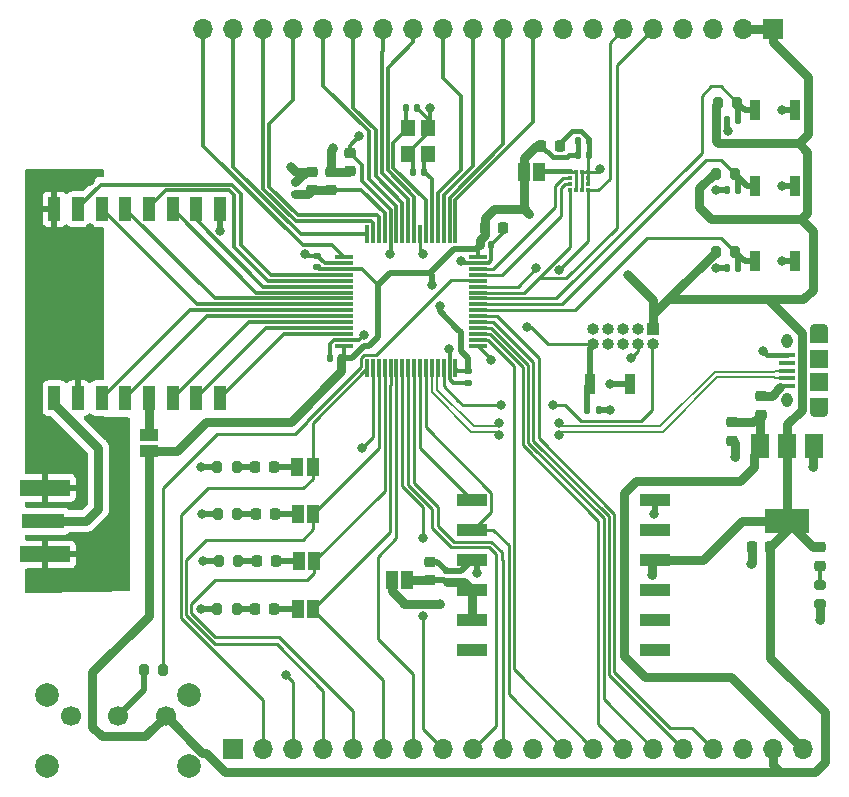
<source format=gbr>
%TF.GenerationSoftware,KiCad,Pcbnew,(6.0.6)*%
%TF.CreationDate,2022-08-06T17:38:51+02:00*%
%TF.ProjectId,STM32L053Breakout,53544d33-324c-4303-9533-427265616b6f,rev?*%
%TF.SameCoordinates,Original*%
%TF.FileFunction,Copper,L1,Top*%
%TF.FilePolarity,Positive*%
%FSLAX46Y46*%
G04 Gerber Fmt 4.6, Leading zero omitted, Abs format (unit mm)*
G04 Created by KiCad (PCBNEW (6.0.6)) date 2022-08-06 17:38:51*
%MOMM*%
%LPD*%
G01*
G04 APERTURE LIST*
G04 Aperture macros list*
%AMRoundRect*
0 Rectangle with rounded corners*
0 $1 Rounding radius*
0 $2 $3 $4 $5 $6 $7 $8 $9 X,Y pos of 4 corners*
0 Add a 4 corners polygon primitive as box body*
4,1,4,$2,$3,$4,$5,$6,$7,$8,$9,$2,$3,0*
0 Add four circle primitives for the rounded corners*
1,1,$1+$1,$2,$3*
1,1,$1+$1,$4,$5*
1,1,$1+$1,$6,$7*
1,1,$1+$1,$8,$9*
0 Add four rect primitives between the rounded corners*
20,1,$1+$1,$2,$3,$4,$5,0*
20,1,$1+$1,$4,$5,$6,$7,0*
20,1,$1+$1,$6,$7,$8,$9,0*
20,1,$1+$1,$8,$9,$2,$3,0*%
G04 Aperture macros list end*
%TA.AperFunction,SMDPad,CuDef*%
%ADD10RoundRect,0.140000X-0.140000X-0.170000X0.140000X-0.170000X0.140000X0.170000X-0.140000X0.170000X0*%
%TD*%
%TA.AperFunction,SMDPad,CuDef*%
%ADD11RoundRect,0.225000X-0.250000X0.225000X-0.250000X-0.225000X0.250000X-0.225000X0.250000X0.225000X0*%
%TD*%
%TA.AperFunction,SMDPad,CuDef*%
%ADD12R,1.200000X1.400000*%
%TD*%
%TA.AperFunction,SMDPad,CuDef*%
%ADD13RoundRect,0.225000X0.225000X0.250000X-0.225000X0.250000X-0.225000X-0.250000X0.225000X-0.250000X0*%
%TD*%
%TA.AperFunction,ComponentPad*%
%ADD14C,2.000000*%
%TD*%
%TA.AperFunction,ComponentPad*%
%ADD15C,1.700000*%
%TD*%
%TA.AperFunction,SMDPad,CuDef*%
%ADD16R,0.900000X1.700000*%
%TD*%
%TA.AperFunction,SMDPad,CuDef*%
%ADD17R,1.000000X1.500000*%
%TD*%
%TA.AperFunction,SMDPad,CuDef*%
%ADD18RoundRect,0.140000X-0.170000X0.140000X-0.170000X-0.140000X0.170000X-0.140000X0.170000X0.140000X0*%
%TD*%
%TA.AperFunction,SMDPad,CuDef*%
%ADD19RoundRect,0.218750X0.256250X-0.218750X0.256250X0.218750X-0.256250X0.218750X-0.256250X-0.218750X0*%
%TD*%
%TA.AperFunction,SMDPad,CuDef*%
%ADD20RoundRect,0.200000X0.200000X0.275000X-0.200000X0.275000X-0.200000X-0.275000X0.200000X-0.275000X0*%
%TD*%
%TA.AperFunction,SMDPad,CuDef*%
%ADD21RoundRect,0.140000X0.140000X0.170000X-0.140000X0.170000X-0.140000X-0.170000X0.140000X-0.170000X0*%
%TD*%
%TA.AperFunction,SMDPad,CuDef*%
%ADD22R,0.350000X0.375000*%
%TD*%
%TA.AperFunction,SMDPad,CuDef*%
%ADD23R,0.375000X0.350000*%
%TD*%
%TA.AperFunction,SMDPad,CuDef*%
%ADD24RoundRect,0.225000X-0.225000X-0.250000X0.225000X-0.250000X0.225000X0.250000X-0.225000X0.250000X0*%
%TD*%
%TA.AperFunction,SMDPad,CuDef*%
%ADD25RoundRect,0.200000X-0.200000X-0.275000X0.200000X-0.275000X0.200000X0.275000X-0.200000X0.275000X0*%
%TD*%
%TA.AperFunction,SMDPad,CuDef*%
%ADD26R,2.500000X1.000000*%
%TD*%
%TA.AperFunction,SMDPad,CuDef*%
%ADD27RoundRect,0.200000X-0.275000X0.200000X-0.275000X-0.200000X0.275000X-0.200000X0.275000X0.200000X0*%
%TD*%
%TA.AperFunction,SMDPad,CuDef*%
%ADD28RoundRect,0.225000X0.250000X-0.225000X0.250000X0.225000X-0.250000X0.225000X-0.250000X-0.225000X0*%
%TD*%
%TA.AperFunction,SMDPad,CuDef*%
%ADD29R,3.600000X1.270000*%
%TD*%
%TA.AperFunction,SMDPad,CuDef*%
%ADD30R,4.200000X1.350000*%
%TD*%
%TA.AperFunction,SMDPad,CuDef*%
%ADD31RoundRect,0.218750X-0.256250X0.218750X-0.256250X-0.218750X0.256250X-0.218750X0.256250X0.218750X0*%
%TD*%
%TA.AperFunction,SMDPad,CuDef*%
%ADD32RoundRect,0.218750X-0.218750X-0.256250X0.218750X-0.256250X0.218750X0.256250X-0.218750X0.256250X0*%
%TD*%
%TA.AperFunction,SMDPad,CuDef*%
%ADD33R,1.350000X0.400000*%
%TD*%
%TA.AperFunction,ComponentPad*%
%ADD34O,1.550000X0.890000*%
%TD*%
%TA.AperFunction,SMDPad,CuDef*%
%ADD35R,1.550000X1.200000*%
%TD*%
%TA.AperFunction,ComponentPad*%
%ADD36O,0.950000X1.250000*%
%TD*%
%TA.AperFunction,SMDPad,CuDef*%
%ADD37R,1.550000X1.500000*%
%TD*%
%TA.AperFunction,SMDPad,CuDef*%
%ADD38R,1.500000X2.000000*%
%TD*%
%TA.AperFunction,SMDPad,CuDef*%
%ADD39R,3.800000X2.000000*%
%TD*%
%TA.AperFunction,SMDPad,CuDef*%
%ADD40RoundRect,0.140000X0.170000X-0.140000X0.170000X0.140000X-0.170000X0.140000X-0.170000X-0.140000X0*%
%TD*%
%TA.AperFunction,SMDPad,CuDef*%
%ADD41RoundRect,0.075000X-0.075000X0.700000X-0.075000X-0.700000X0.075000X-0.700000X0.075000X0.700000X0*%
%TD*%
%TA.AperFunction,SMDPad,CuDef*%
%ADD42RoundRect,0.075000X-0.700000X0.075000X-0.700000X-0.075000X0.700000X-0.075000X0.700000X0.075000X0*%
%TD*%
%TA.AperFunction,ComponentPad*%
%ADD43R,1.700000X1.700000*%
%TD*%
%TA.AperFunction,ComponentPad*%
%ADD44O,1.700000X1.700000*%
%TD*%
%TA.AperFunction,SMDPad,CuDef*%
%ADD45R,1.000000X2.000000*%
%TD*%
%TA.AperFunction,SMDPad,CuDef*%
%ADD46R,1.500000X1.000000*%
%TD*%
%TA.AperFunction,ComponentPad*%
%ADD47R,1.000000X1.000000*%
%TD*%
%TA.AperFunction,ComponentPad*%
%ADD48O,1.000000X1.000000*%
%TD*%
%TA.AperFunction,ViaPad*%
%ADD49C,0.800000*%
%TD*%
%TA.AperFunction,Conductor*%
%ADD50C,0.750000*%
%TD*%
%TA.AperFunction,Conductor*%
%ADD51C,0.500000*%
%TD*%
%TA.AperFunction,Conductor*%
%ADD52C,0.400000*%
%TD*%
%TA.AperFunction,Conductor*%
%ADD53C,0.300000*%
%TD*%
%TA.AperFunction,Conductor*%
%ADD54C,0.250000*%
%TD*%
%TA.AperFunction,Conductor*%
%ADD55C,0.200000*%
%TD*%
%TA.AperFunction,Conductor*%
%ADD56C,0.800000*%
%TD*%
G04 APERTURE END LIST*
D10*
%TO.P,C701,1*%
%TO.N,+3.3V*%
X133320000Y-81800000D03*
%TO.P,C701,2*%
%TO.N,GND*%
X134280000Y-81800000D03*
%TD*%
D11*
%TO.P,C100,1*%
%TO.N,VCC*%
X146400000Y-104425000D03*
%TO.P,C100,2*%
%TO.N,GND*%
X146400000Y-105975000D03*
%TD*%
D12*
%TO.P,Y500,1,1*%
%TO.N,Net-(C501-Pad1)*%
X120650000Y-81700000D03*
%TO.P,Y500,2,2*%
%TO.N,GND*%
X120650000Y-79500000D03*
%TO.P,Y500,3,3*%
%TO.N,Net-(C502-Pad1)*%
X118950000Y-79500000D03*
%TO.P,Y500,4,4*%
%TO.N,GND*%
X118950000Y-81700000D03*
%TD*%
D13*
%TO.P,C101,1*%
%TO.N,+3.3V*%
X149575000Y-115000000D03*
%TO.P,C101,2*%
%TO.N,GND*%
X148025000Y-115000000D03*
%TD*%
D14*
%TO.P,SW501,*%
%TO.N,*%
X88400000Y-133550000D03*
X100400000Y-133550000D03*
X100400000Y-127550000D03*
X88400000Y-127550000D03*
D15*
%TO.P,SW501,1,A*%
%TO.N,GND*%
X90400000Y-129300000D03*
%TO.P,SW501,2,B*%
%TO.N,/BOOT_SW*%
X94400000Y-129300000D03*
%TO.P,SW501,3,C*%
%TO.N,+3.3V*%
X98400000Y-129300000D03*
%TD*%
D16*
%TO.P,SW400,1,1*%
%TO.N,PB3*%
X148300000Y-90800000D03*
%TO.P,SW400,2,2*%
%TO.N,GND*%
X151700000Y-90800000D03*
%TD*%
D17*
%TO.P,JP401,1,A*%
%TO.N,PB14*%
X110900000Y-112200000D03*
%TO.P,JP401,2,B*%
%TO.N,Net-(D401-Pad2)*%
X109600000Y-112200000D03*
%TD*%
D18*
%TO.P,C201,1*%
%TO.N,+3.3V*%
X124000000Y-100120000D03*
%TO.P,C201,2*%
%TO.N,GND*%
X124000000Y-101080000D03*
%TD*%
D19*
%TO.P,D100,1,K*%
%TO.N,/PWR_LED_K*%
X153800000Y-116587500D03*
%TO.P,D100,2,A*%
%TO.N,+3.3V*%
X153800000Y-115012500D03*
%TD*%
D16*
%TO.P,SW401,1,1*%
%TO.N,PB4*%
X148300000Y-84400000D03*
%TO.P,SW401,2,2*%
%TO.N,GND*%
X151700000Y-84400000D03*
%TD*%
D20*
%TO.P,R402,1*%
%TO.N,Net-(D402-Pad1)*%
X104575000Y-116200000D03*
%TO.P,R402,2*%
%TO.N,GND*%
X102925000Y-116200000D03*
%TD*%
D21*
%TO.P,C402,1*%
%TO.N,PB5*%
X146880000Y-78800000D03*
%TO.P,C402,2*%
%TO.N,GND*%
X145920000Y-78800000D03*
%TD*%
D22*
%TO.P,U700,1,SCL/SPC*%
%TO.N,I2C1_SCL*%
X132650000Y-84762500D03*
%TO.P,U700,2,~{CS}*%
%TO.N,Net-(JP700-Pad2)*%
X133150000Y-84762500D03*
%TO.P,U700,3,SA0/SDO*%
%TO.N,GND*%
X133650000Y-84762500D03*
%TO.P,U700,4,SDA/SDI*%
%TO.N,I2C1_SDA*%
X134150000Y-84762500D03*
D23*
%TO.P,U700,5,RES*%
%TO.N,GND*%
X134162500Y-84250000D03*
%TO.P,U700,6,GND*%
X134162500Y-83750000D03*
D22*
%TO.P,U700,7,GND*%
X134150000Y-83237500D03*
%TO.P,U700,8,GND*%
X133650000Y-83237500D03*
%TO.P,U700,9,Vdd*%
%TO.N,Net-(JP700-Pad2)*%
X133150000Y-83237500D03*
%TO.P,U700,10,Vdd_IO*%
X132650000Y-83237500D03*
D23*
%TO.P,U700,11,INT2*%
%TO.N,INT2*%
X132637500Y-83750000D03*
%TO.P,U700,12,INT1*%
%TO.N,INT1*%
X132637500Y-84250000D03*
%TD*%
D24*
%TO.P,C700,1*%
%TO.N,+3.3V*%
X130225000Y-81000000D03*
%TO.P,C700,2*%
%TO.N,GND*%
X131775000Y-81000000D03*
%TD*%
D10*
%TO.P,C702,1*%
%TO.N,+3.3V*%
X133320000Y-80600000D03*
%TO.P,C702,2*%
%TO.N,GND*%
X134280000Y-80600000D03*
%TD*%
D20*
%TO.P,R401,1*%
%TO.N,Net-(D401-Pad1)*%
X104475000Y-112200000D03*
%TO.P,R401,2*%
%TO.N,GND*%
X102825000Y-112200000D03*
%TD*%
D25*
%TO.P,R500,1*%
%TO.N,/BOOT_SW*%
X96575000Y-125400000D03*
%TO.P,R500,2*%
%TO.N,/BOOT0*%
X98225000Y-125400000D03*
%TD*%
D17*
%TO.P,JP800,1,A*%
%TO.N,Net-(C800-Pad1)*%
X118850000Y-117800000D03*
%TO.P,JP800,2,B*%
%TO.N,+3.3V*%
X117550000Y-117800000D03*
%TD*%
D26*
%TO.P,U800,1,RXD1*%
%TO.N,UART1_TX*%
X124330000Y-110990000D03*
%TO.P,U800,2,TXD1*%
%TO.N,UART1_RX*%
X124330000Y-113530000D03*
%TO.P,U800,3,GND*%
%TO.N,GND*%
X124330000Y-116070000D03*
%TO.P,U800,4,VCC*%
%TO.N,Net-(C800-Pad1)*%
X124330000Y-118610000D03*
%TO.P,U800,5,V_BCKP*%
X124330000Y-121150000D03*
%TO.P,U800,6,1PPS*%
%TO.N,unconnected-(U800-Pad6)*%
X124330000Y-123690000D03*
%TO.P,U800,7,RESERVED*%
%TO.N,unconnected-(U800-Pad7)*%
X139830000Y-123690000D03*
%TO.P,U800,8,RESERVED*%
%TO.N,unconnected-(U800-Pad8)*%
X139830000Y-121150000D03*
%TO.P,U800,9,NC*%
%TO.N,unconnected-(U800-Pad9)*%
X139830000Y-118610000D03*
%TO.P,U800,10,~{RESET}*%
%TO.N,+3.3V*%
X139830000Y-116070000D03*
%TO.P,U800,11,RESERVED*%
%TO.N,unconnected-(U800-Pad11)*%
X139830000Y-113530000D03*
%TO.P,U800,12,GND*%
%TO.N,GND*%
X139830000Y-110990000D03*
%TD*%
D27*
%TO.P,R100,1*%
%TO.N,/PWR_LED_K*%
X153800000Y-118175000D03*
%TO.P,R100,2*%
%TO.N,GND*%
X153800000Y-119825000D03*
%TD*%
D28*
%TO.P,C206,1*%
%TO.N,+3.3VA*%
X110800000Y-84775000D03*
%TO.P,C206,2*%
%TO.N,GND*%
X110800000Y-83225000D03*
%TD*%
D20*
%TO.P,R400,1*%
%TO.N,Net-(D400-Pad1)*%
X104425000Y-108200000D03*
%TO.P,R400,2*%
%TO.N,GND*%
X102775000Y-108200000D03*
%TD*%
D28*
%TO.P,C205,1*%
%TO.N,+3.3V*%
X114000000Y-83175000D03*
%TO.P,C205,2*%
%TO.N,GND*%
X114000000Y-81625000D03*
%TD*%
D21*
%TO.P,C501,1*%
%TO.N,Net-(C501-Pad1)*%
X120280000Y-83200000D03*
%TO.P,C501,2*%
%TO.N,GND*%
X119320000Y-83200000D03*
%TD*%
%TO.P,C400,1*%
%TO.N,PB3*%
X146880000Y-91400000D03*
%TO.P,C400,2*%
%TO.N,GND*%
X145920000Y-91400000D03*
%TD*%
D29*
%TO.P,J600,1,In*%
%TO.N,Net-(J600-Pad1)*%
X88000000Y-112800000D03*
D30*
%TO.P,J600,2,Ext*%
%TO.N,GND*%
X88200000Y-115625000D03*
X88200000Y-109975000D03*
%TD*%
D31*
%TO.P,FB200,1*%
%TO.N,+3.3V*%
X112400000Y-83212500D03*
%TO.P,FB200,2*%
%TO.N,+3.3VA*%
X112400000Y-84787500D03*
%TD*%
D17*
%TO.P,JP700,1,A*%
%TO.N,+3.3V*%
X128750000Y-83200000D03*
%TO.P,JP700,2,B*%
%TO.N,Net-(JP700-Pad2)*%
X130050000Y-83200000D03*
%TD*%
D32*
%TO.P,D402,1,K*%
%TO.N,Net-(D402-Pad1)*%
X106150000Y-116200000D03*
%TO.P,D402,2,A*%
%TO.N,Net-(D402-Pad2)*%
X107725000Y-116200000D03*
%TD*%
D25*
%TO.P,R404,1*%
%TO.N,+3.3V*%
X144975000Y-90000000D03*
%TO.P,R404,2*%
%TO.N,PB3*%
X146625000Y-90000000D03*
%TD*%
D32*
%TO.P,D400,1,K*%
%TO.N,Net-(D400-Pad1)*%
X106012500Y-108200000D03*
%TO.P,D400,2,A*%
%TO.N,Net-(D400-Pad2)*%
X107587500Y-108200000D03*
%TD*%
D20*
%TO.P,R403,1*%
%TO.N,Net-(D403-Pad1)*%
X104425000Y-120200000D03*
%TO.P,R403,2*%
%TO.N,GND*%
X102775000Y-120200000D03*
%TD*%
D21*
%TO.P,C204,1*%
%TO.N,+3.3V*%
X113280000Y-99000000D03*
%TO.P,C204,2*%
%TO.N,GND*%
X112320000Y-99000000D03*
%TD*%
D16*
%TO.P,SW402,1,1*%
%TO.N,PB5*%
X148300000Y-78000000D03*
%TO.P,SW402,2,2*%
%TO.N,GND*%
X151700000Y-78000000D03*
%TD*%
D33*
%TO.P,J100,1,VBUS*%
%TO.N,+5V*%
X151000000Y-101360000D03*
%TO.P,J100,2,D-*%
%TO.N,USB_D-*%
X151000000Y-100710000D03*
%TO.P,J100,3,D+*%
%TO.N,USB_D+*%
X151000000Y-100060000D03*
%TO.P,J100,4,ID*%
%TO.N,unconnected-(J100-Pad4)*%
X151000000Y-99410000D03*
%TO.P,J100,5,GND*%
%TO.N,GND*%
X151000000Y-98760000D03*
D34*
%TO.P,J100,6,Shield*%
%TO.N,unconnected-(J100-Pad6)*%
X153700000Y-103560000D03*
D35*
X153700000Y-102960000D03*
X153700000Y-97160000D03*
D36*
X151000000Y-102560000D03*
D34*
X153700000Y-96560000D03*
D37*
X153700000Y-99060000D03*
X153700000Y-101060000D03*
D36*
X151000000Y-97560000D03*
%TD*%
D38*
%TO.P,U100,1,GND*%
%TO.N,GND*%
X153300000Y-106450000D03*
%TO.P,U100,2,VO*%
%TO.N,+3.3V*%
X151000000Y-106450000D03*
D39*
X151000000Y-112750000D03*
D38*
%TO.P,U100,3,VI*%
%TO.N,VCC*%
X148700000Y-106450000D03*
%TD*%
D40*
%TO.P,C203,1*%
%TO.N,+3.3V*%
X111200000Y-91280000D03*
%TO.P,C203,2*%
%TO.N,GND*%
X111200000Y-90320000D03*
%TD*%
D31*
%TO.P,FB100,1*%
%TO.N,+5V*%
X148800000Y-102212500D03*
%TO.P,FB100,2*%
%TO.N,VCC*%
X148800000Y-103787500D03*
%TD*%
D41*
%TO.P,U500,1,VLCD*%
%TO.N,VLCD*%
X122950000Y-88525000D03*
%TO.P,U500,2,PC13*%
%TO.N,PC13*%
X122450000Y-88525000D03*
%TO.P,U500,3,PC14*%
%TO.N,PC14*%
X121950000Y-88525000D03*
%TO.P,U500,4,PC15*%
%TO.N,PC15*%
X121450000Y-88525000D03*
%TO.P,U500,5,PH0*%
%TO.N,Net-(C501-Pad1)*%
X120950000Y-88525000D03*
%TO.P,U500,6,PH1*%
%TO.N,Net-(C502-Pad1)*%
X120450000Y-88525000D03*
%TO.P,U500,7,NRST*%
%TO.N,RESET*%
X119950000Y-88525000D03*
%TO.P,U500,8,PC0*%
%TO.N,PC0*%
X119450000Y-88525000D03*
%TO.P,U500,9,PC1*%
%TO.N,PC1*%
X118950000Y-88525000D03*
%TO.P,U500,10,PC2*%
%TO.N,PC2*%
X118450000Y-88525000D03*
%TO.P,U500,11,PC3*%
%TO.N,PC3*%
X117950000Y-88525000D03*
%TO.P,U500,12,VSSA*%
%TO.N,GND*%
X117450000Y-88525000D03*
%TO.P,U500,13,VDDA*%
%TO.N,+3.3VA*%
X116950000Y-88525000D03*
%TO.P,U500,14,PA0*%
%TO.N,PA0*%
X116450000Y-88525000D03*
%TO.P,U500,15,PA1*%
%TO.N,PA1*%
X115950000Y-88525000D03*
%TO.P,U500,16,PA2*%
%TO.N,UART2_TX*%
X115450000Y-88525000D03*
D42*
%TO.P,U500,17,PA3*%
%TO.N,UART2_RX*%
X113525000Y-90450000D03*
%TO.P,U500,18,VSS*%
%TO.N,GND*%
X113525000Y-90950000D03*
%TO.P,U500,19,VDD*%
%TO.N,+3.3V*%
X113525000Y-91450000D03*
%TO.P,U500,20,PA4*%
%TO.N,DIO5*%
X113525000Y-91950000D03*
%TO.P,U500,21,PA5*%
%TO.N,SPI1_SCK*%
X113525000Y-92450000D03*
%TO.P,U500,22,PA6*%
%TO.N,SPI1_MISO*%
X113525000Y-92950000D03*
%TO.P,U500,23,PA7*%
%TO.N,SPI1_MOSI*%
X113525000Y-93450000D03*
%TO.P,U500,24,PC4*%
%TO.N,RFM95_CS*%
X113525000Y-93950000D03*
%TO.P,U500,25,PC5*%
%TO.N,RFM95_RESET*%
X113525000Y-94450000D03*
%TO.P,U500,26,PB0*%
%TO.N,DIO3*%
X113525000Y-94950000D03*
%TO.P,U500,27,PB1*%
%TO.N,DIO4*%
X113525000Y-95450000D03*
%TO.P,U500,28,PB2*%
%TO.N,DIO0*%
X113525000Y-95950000D03*
%TO.P,U500,29,PB10*%
%TO.N,DIO1*%
X113525000Y-96450000D03*
%TO.P,U500,30,PB11*%
%TO.N,DIO2*%
X113525000Y-96950000D03*
%TO.P,U500,31,VSS*%
%TO.N,GND*%
X113525000Y-97450000D03*
%TO.P,U500,32,VDD*%
%TO.N,+3.3V*%
X113525000Y-97950000D03*
D41*
%TO.P,U500,33,PB12*%
%TO.N,PB12*%
X115450000Y-99875000D03*
%TO.P,U500,34,PB13*%
%TO.N,PB13*%
X115950000Y-99875000D03*
%TO.P,U500,35,PB14*%
%TO.N,PB14*%
X116450000Y-99875000D03*
%TO.P,U500,36,PB15*%
%TO.N,PB15*%
X116950000Y-99875000D03*
%TO.P,U500,37,PC6*%
%TO.N,PC6*%
X117450000Y-99875000D03*
%TO.P,U500,38,PC7*%
%TO.N,PC7*%
X117950000Y-99875000D03*
%TO.P,U500,39,PC8*%
%TO.N,PC8*%
X118450000Y-99875000D03*
%TO.P,U500,40,PC9*%
%TO.N,PC9*%
X118950000Y-99875000D03*
%TO.P,U500,41,PA8*%
%TO.N,PA8*%
X119450000Y-99875000D03*
%TO.P,U500,42,PA9*%
%TO.N,UART1_TX*%
X119950000Y-99875000D03*
%TO.P,U500,43,PA10*%
%TO.N,UART1_RX*%
X120450000Y-99875000D03*
%TO.P,U500,44,PA11*%
%TO.N,USB_D-*%
X120950000Y-99875000D03*
%TO.P,U500,45,PA12*%
%TO.N,USB_D+*%
X121450000Y-99875000D03*
%TO.P,U500,46,PA13*%
%TO.N,SWDIO*%
X121950000Y-99875000D03*
%TO.P,U500,47,VSS*%
%TO.N,GND*%
X122450000Y-99875000D03*
%TO.P,U500,48,VDD_USB*%
%TO.N,+3.3V*%
X122950000Y-99875000D03*
D42*
%TO.P,U500,49,PA14*%
%TO.N,SWCLK*%
X124875000Y-97950000D03*
%TO.P,U500,50,PA15*%
%TO.N,PA15*%
X124875000Y-97450000D03*
%TO.P,U500,51,PC10*%
%TO.N,PC10*%
X124875000Y-96950000D03*
%TO.P,U500,52,PC11*%
%TO.N,PC11*%
X124875000Y-96450000D03*
%TO.P,U500,53,PC12*%
%TO.N,PC12*%
X124875000Y-95950000D03*
%TO.P,U500,54,PD2*%
%TO.N,PD2*%
X124875000Y-95450000D03*
%TO.P,U500,55,PB3*%
%TO.N,PB3*%
X124875000Y-94950000D03*
%TO.P,U500,56,PB4*%
%TO.N,PB4*%
X124875000Y-94450000D03*
%TO.P,U500,57,PB5*%
%TO.N,PB5*%
X124875000Y-93950000D03*
%TO.P,U500,58,PB6*%
%TO.N,I2C1_SCL*%
X124875000Y-93450000D03*
%TO.P,U500,59,PB7*%
%TO.N,I2C1_SDA*%
X124875000Y-92950000D03*
%TO.P,U500,60,BOOT0*%
%TO.N,/BOOT0*%
X124875000Y-92450000D03*
%TO.P,U500,61,PB8*%
%TO.N,INT1*%
X124875000Y-91950000D03*
%TO.P,U500,62,PB9*%
%TO.N,INT2*%
X124875000Y-91450000D03*
%TO.P,U500,63,VSS*%
%TO.N,GND*%
X124875000Y-90950000D03*
%TO.P,U500,64,VDD*%
%TO.N,+3.3V*%
X124875000Y-90450000D03*
%TD*%
D10*
%TO.P,C500,1*%
%TO.N,RESET*%
X134120000Y-103400000D03*
%TO.P,C500,2*%
%TO.N,GND*%
X135080000Y-103400000D03*
%TD*%
D25*
%TO.P,R405,1*%
%TO.N,+3.3V*%
X144975000Y-83400000D03*
%TO.P,R405,2*%
%TO.N,PB4*%
X146625000Y-83400000D03*
%TD*%
D17*
%TO.P,JP400,1,A*%
%TO.N,PB12*%
X110850000Y-108200000D03*
%TO.P,JP400,2,B*%
%TO.N,Net-(D400-Pad2)*%
X109550000Y-108200000D03*
%TD*%
%TO.P,JP402,1,A*%
%TO.N,PB15*%
X111000000Y-116200000D03*
%TO.P,JP402,2,B*%
%TO.N,Net-(D402-Pad2)*%
X109700000Y-116200000D03*
%TD*%
D32*
%TO.P,D403,1,K*%
%TO.N,Net-(D403-Pad1)*%
X106012500Y-120200000D03*
%TO.P,D403,2,A*%
%TO.N,Net-(D403-Pad2)*%
X107587500Y-120200000D03*
%TD*%
D16*
%TO.P,SW500,1,1*%
%TO.N,RESET*%
X134300000Y-101200000D03*
%TO.P,SW500,2,2*%
%TO.N,GND*%
X137700000Y-101200000D03*
%TD*%
D28*
%TO.P,C800,1*%
%TO.N,Net-(C800-Pad1)*%
X120800000Y-117775000D03*
%TO.P,C800,2*%
%TO.N,GND*%
X120800000Y-116225000D03*
%TD*%
D43*
%TO.P,J301,1,Pin_1*%
%TO.N,+3.3V*%
X149860000Y-71120000D03*
D44*
%TO.P,J301,2,Pin_2*%
X147320000Y-71120000D03*
%TO.P,J301,3,Pin_3*%
%TO.N,GND*%
X144780000Y-71120000D03*
%TO.P,J301,4,Pin_4*%
X142240000Y-71120000D03*
%TO.P,J301,5,Pin_5*%
%TO.N,I2C1_SCL*%
X139700000Y-71120000D03*
%TO.P,J301,6,Pin_6*%
%TO.N,I2C1_SDA*%
X137160000Y-71120000D03*
%TO.P,J301,7,Pin_7*%
%TO.N,unconnected-(J301-Pad7)*%
X134620000Y-71120000D03*
%TO.P,J301,8,Pin_8*%
%TO.N,unconnected-(J301-Pad8)*%
X132080000Y-71120000D03*
%TO.P,J301,9,Pin_9*%
%TO.N,VLCD*%
X129540000Y-71120000D03*
%TO.P,J301,10,Pin_10*%
%TO.N,PC13*%
X127000000Y-71120000D03*
%TO.P,J301,11,Pin_11*%
%TO.N,PC14*%
X124460000Y-71120000D03*
%TO.P,J301,12,Pin_12*%
%TO.N,PC15*%
X121920000Y-71120000D03*
%TO.P,J301,13,Pin_13*%
%TO.N,PC0*%
X119380000Y-71120000D03*
%TO.P,J301,14,Pin_14*%
%TO.N,PC1*%
X116840000Y-71120000D03*
%TO.P,J301,15,Pin_15*%
%TO.N,PC2*%
X114300000Y-71120000D03*
%TO.P,J301,16,Pin_16*%
%TO.N,PC3*%
X111760000Y-71120000D03*
%TO.P,J301,17,Pin_17*%
%TO.N,PA0*%
X109220000Y-71120000D03*
%TO.P,J301,18,Pin_18*%
%TO.N,PA1*%
X106680000Y-71120000D03*
%TO.P,J301,19,Pin_19*%
%TO.N,UART2_TX*%
X104140000Y-71120000D03*
%TO.P,J301,20,Pin_20*%
%TO.N,UART2_RX*%
X101600000Y-71120000D03*
%TD*%
D25*
%TO.P,R406,1*%
%TO.N,+3.3V*%
X145175000Y-77400000D03*
%TO.P,R406,2*%
%TO.N,PB5*%
X146825000Y-77400000D03*
%TD*%
D21*
%TO.P,C401,1*%
%TO.N,PB4*%
X146880000Y-84800000D03*
%TO.P,C401,2*%
%TO.N,GND*%
X145920000Y-84800000D03*
%TD*%
D45*
%TO.P,U600,1,GND*%
%TO.N,GND*%
X103000000Y-86400000D03*
%TO.P,U600,2,MISO*%
%TO.N,SPI1_MISO*%
X101000000Y-86400000D03*
%TO.P,U600,3,MOSI*%
%TO.N,SPI1_MOSI*%
X99000000Y-86400000D03*
%TO.P,U600,4,SCK*%
%TO.N,SPI1_SCK*%
X97000000Y-86400000D03*
%TO.P,U600,5,NSS*%
%TO.N,RFM95_CS*%
X95000000Y-86400000D03*
%TO.P,U600,6,RESET*%
%TO.N,RFM95_RESET*%
X93000000Y-86400000D03*
%TO.P,U600,7,DIO5*%
%TO.N,DIO5*%
X91000000Y-86400000D03*
%TO.P,U600,8,GND*%
%TO.N,GND*%
X89000000Y-86400000D03*
%TO.P,U600,9,ANT*%
%TO.N,Net-(J600-Pad1)*%
X89000000Y-102400000D03*
%TO.P,U600,10,GND*%
%TO.N,GND*%
X91000000Y-102400000D03*
%TO.P,U600,11,DIO3*%
%TO.N,DIO3*%
X93000000Y-102400000D03*
%TO.P,U600,12,DIO4*%
%TO.N,DIO4*%
X95000000Y-102400000D03*
%TO.P,U600,13,3.3V*%
%TO.N,Net-(JP600-Pad2)*%
X97000000Y-102400000D03*
%TO.P,U600,14,DIO0*%
%TO.N,DIO0*%
X99000000Y-102400000D03*
%TO.P,U600,15,DIO1*%
%TO.N,DIO1*%
X101000000Y-102400000D03*
%TO.P,U600,16,DIO2*%
%TO.N,DIO2*%
X103000000Y-102400000D03*
%TD*%
D24*
%TO.P,C200,1*%
%TO.N,+3.3V*%
X125425000Y-88000000D03*
%TO.P,C200,2*%
%TO.N,GND*%
X126975000Y-88000000D03*
%TD*%
D43*
%TO.P,J300,1,Pin_1*%
%TO.N,GND*%
X104140000Y-132080000D03*
D44*
%TO.P,J300,2,Pin_2*%
%TO.N,PB12*%
X106680000Y-132080000D03*
%TO.P,J300,3,Pin_3*%
%TO.N,PB13*%
X109220000Y-132080000D03*
%TO.P,J300,4,Pin_4*%
%TO.N,PB14*%
X111760000Y-132080000D03*
%TO.P,J300,5,Pin_5*%
%TO.N,PB15*%
X114300000Y-132080000D03*
%TO.P,J300,6,Pin_6*%
%TO.N,PC6*%
X116840000Y-132080000D03*
%TO.P,J300,7,Pin_7*%
%TO.N,PC7*%
X119380000Y-132080000D03*
%TO.P,J300,8,Pin_8*%
%TO.N,PC8*%
X121920000Y-132080000D03*
%TO.P,J300,9,Pin_9*%
%TO.N,PC9*%
X124460000Y-132080000D03*
%TO.P,J300,10,Pin_10*%
%TO.N,PA8*%
X127000000Y-132080000D03*
%TO.P,J300,11,Pin_11*%
%TO.N,GND*%
X129540000Y-132080000D03*
%TO.P,J300,12,Pin_12*%
%TO.N,UART1_RX*%
X132080000Y-132080000D03*
%TO.P,J300,13,Pin_13*%
%TO.N,PA15*%
X134620000Y-132080000D03*
%TO.P,J300,14,Pin_14*%
%TO.N,PC10*%
X137160000Y-132080000D03*
%TO.P,J300,15,Pin_15*%
%TO.N,PC11*%
X139700000Y-132080000D03*
%TO.P,J300,16,Pin_16*%
%TO.N,PC12*%
X142240000Y-132080000D03*
%TO.P,J300,17,Pin_17*%
%TO.N,PD2*%
X144780000Y-132080000D03*
%TO.P,J300,18,Pin_18*%
%TO.N,GND*%
X147320000Y-132080000D03*
%TO.P,J300,19,Pin_19*%
%TO.N,+3.3V*%
X149860000Y-132080000D03*
%TO.P,J300,20,Pin_20*%
%TO.N,VCC*%
X152400000Y-132080000D03*
%TD*%
D32*
%TO.P,D401,1,K*%
%TO.N,Net-(D401-Pad1)*%
X106062500Y-112200000D03*
%TO.P,D401,2,A*%
%TO.N,Net-(D401-Pad2)*%
X107637500Y-112200000D03*
%TD*%
D46*
%TO.P,JP600,1,A*%
%TO.N,+3.3V*%
X97000000Y-106850000D03*
%TO.P,JP600,2,B*%
%TO.N,Net-(JP600-Pad2)*%
X97000000Y-105550000D03*
%TD*%
D47*
%TO.P,J5,1,Pin_1*%
%TO.N,+3.3V*%
X139700000Y-96520000D03*
D48*
%TO.P,J5,2,Pin_2*%
%TO.N,SWDIO*%
X139700000Y-97790000D03*
%TO.P,J5,3,Pin_3*%
%TO.N,GND*%
X138430000Y-96520000D03*
%TO.P,J5,4,Pin_4*%
%TO.N,SWCLK*%
X138430000Y-97790000D03*
%TO.P,J5,5,Pin_5*%
%TO.N,GND*%
X137160000Y-96520000D03*
%TO.P,J5,6,Pin_6*%
%TO.N,unconnected-(J5-Pad6)*%
X137160000Y-97790000D03*
%TO.P,J5,7,Pin_7*%
%TO.N,unconnected-(J5-Pad7)*%
X135890000Y-96520000D03*
%TO.P,J5,8,Pin_8*%
%TO.N,unconnected-(J5-Pad8)*%
X135890000Y-97790000D03*
%TO.P,J5,9,Pin_9*%
%TO.N,GND*%
X134620000Y-96520000D03*
%TO.P,J5,10,Pin_10*%
%TO.N,RESET*%
X134620000Y-97790000D03*
%TD*%
D40*
%TO.P,C207,1*%
%TO.N,+3.3VA*%
X109400000Y-85080000D03*
%TO.P,C207,2*%
%TO.N,GND*%
X109400000Y-84120000D03*
%TD*%
%TO.P,C801,1*%
%TO.N,Net-(C800-Pad1)*%
X122200000Y-117960000D03*
%TO.P,C801,2*%
%TO.N,GND*%
X122200000Y-117000000D03*
%TD*%
D10*
%TO.P,C502,1*%
%TO.N,Net-(C502-Pad1)*%
X118720000Y-77800000D03*
%TO.P,C502,2*%
%TO.N,GND*%
X119680000Y-77800000D03*
%TD*%
D17*
%TO.P,JP403,1,A*%
%TO.N,PC6*%
X110900000Y-120200000D03*
%TO.P,JP403,2,B*%
%TO.N,Net-(D403-Pad2)*%
X109600000Y-120200000D03*
%TD*%
D10*
%TO.P,C202,1*%
%TO.N,+3.3V*%
X125000000Y-89400000D03*
%TO.P,C202,2*%
%TO.N,GND*%
X125960000Y-89400000D03*
%TD*%
D49*
%TO.N,+3.3V*%
X121600000Y-119800000D03*
X121600000Y-94600000D03*
X112600000Y-81200000D03*
X137600000Y-92000000D03*
X129200000Y-86800000D03*
X121000000Y-92800000D03*
X139600000Y-117400000D03*
%TO.N,GND*%
X145000000Y-91400000D03*
X87000000Y-88000000D03*
X148000000Y-116400000D03*
X153800000Y-121200000D03*
X146600000Y-107400000D03*
X91000000Y-118000000D03*
X92000000Y-96000000D03*
X101550000Y-116200000D03*
X87000000Y-101000000D03*
X87000000Y-106000000D03*
X103000000Y-88200000D03*
X89500000Y-84000000D03*
X89750000Y-98250000D03*
X109000000Y-82800000D03*
X95000000Y-118000000D03*
X120800000Y-77800000D03*
X92000000Y-92000000D03*
X92000000Y-88000000D03*
X101400000Y-120200000D03*
X114800000Y-80200000D03*
X139800000Y-112200000D03*
X89750000Y-94000000D03*
X150600000Y-84400000D03*
X124800000Y-117200000D03*
X87000000Y-96000000D03*
X123400000Y-90800000D03*
X101400000Y-108200000D03*
X95000000Y-105000000D03*
X110200000Y-90200000D03*
X149000000Y-98400000D03*
X122400000Y-98200000D03*
X92000000Y-84000000D03*
X115200000Y-97000000D03*
X150600000Y-90800000D03*
X89750000Y-107500000D03*
X145000000Y-84800000D03*
X136000000Y-103400000D03*
X101450000Y-112200000D03*
X146000000Y-79800000D03*
X136000000Y-101200000D03*
X150600000Y-78000000D03*
X87000000Y-92000000D03*
X87000000Y-84000000D03*
X92250000Y-100250000D03*
X95000000Y-110000000D03*
X95000000Y-114000000D03*
X117400000Y-90200000D03*
X153200000Y-108200000D03*
X87000000Y-118000000D03*
X135200000Y-83000000D03*
X90000000Y-89750000D03*
%TO.N,PC8*%
X120200000Y-114200000D03*
X120200000Y-120800000D03*
%TO.N,RESET*%
X120200000Y-90200000D03*
X129030498Y-96369502D03*
%TO.N,USB_D-*%
X131699500Y-105525000D03*
X126650500Y-105525000D03*
%TO.N,USB_D+*%
X126650500Y-104475000D03*
X131699500Y-104475000D03*
%TO.N,PB13*%
X108600000Y-125800000D03*
X115000000Y-106600000D03*
%TO.N,SWDIO*%
X131200000Y-103000000D03*
X126800000Y-103000000D03*
%TO.N,SWCLK*%
X126000000Y-99200000D03*
X137800000Y-99000000D03*
%TO.N,I2C1_SDA*%
X131730497Y-91530497D03*
X129800000Y-91400000D03*
%TD*%
D50*
%TO.N,+3.3V*%
X139600000Y-116300000D02*
X139830000Y-116070000D01*
X154200000Y-133200000D02*
X153400000Y-134000000D01*
X143930000Y-116070000D02*
X147250000Y-112750000D01*
X143600000Y-84600000D02*
X143600000Y-86200000D01*
X101500000Y-132400000D02*
X98400000Y-129300000D01*
X149860000Y-71120000D02*
X147320000Y-71120000D01*
X149860000Y-71120000D02*
X149860000Y-72260000D01*
X139830000Y-116070000D02*
X143930000Y-116070000D01*
X145200000Y-80800000D02*
X152000000Y-80800000D01*
D51*
X124600000Y-89800000D02*
X125000000Y-89400000D01*
D50*
X97000000Y-106850000D02*
X97000000Y-120800000D01*
X153200000Y-93200000D02*
X152400000Y-94000000D01*
X113962500Y-83212500D02*
X114000000Y-83175000D01*
X145000000Y-77575000D02*
X145000000Y-80600000D01*
X153200000Y-88200000D02*
X153200000Y-93200000D01*
D51*
X123400000Y-96800000D02*
X123200000Y-96600000D01*
D50*
X117550000Y-118750000D02*
X118400000Y-119600000D01*
X112400000Y-81400000D02*
X112600000Y-81200000D01*
X99350000Y-106850000D02*
X101800000Y-104400000D01*
X147250000Y-112750000D02*
X151000000Y-112750000D01*
X152250000Y-103350000D02*
X152250000Y-96850000D01*
D51*
X116400000Y-97200000D02*
X116400000Y-92800000D01*
D50*
X118400000Y-119600000D02*
X118600000Y-119800000D01*
D51*
X121000000Y-92800000D02*
X121000000Y-92000000D01*
D52*
X132400000Y-82000000D02*
X131225000Y-82000000D01*
D51*
X124000000Y-99000000D02*
X123400000Y-98400000D01*
X120800000Y-91800000D02*
X122800000Y-89800000D01*
D52*
X133320000Y-81800000D02*
X132600000Y-81800000D01*
D50*
X152000000Y-80800000D02*
X152725000Y-81525000D01*
X101800000Y-104400000D02*
X109000000Y-104400000D01*
X118600000Y-119800000D02*
X121600000Y-119800000D01*
X128750000Y-82050000D02*
X129800000Y-81000000D01*
X150400000Y-134000000D02*
X149860000Y-133460000D01*
D51*
X115600000Y-98000000D02*
X116400000Y-97200000D01*
D53*
X124875000Y-90450000D02*
X124875000Y-89525000D01*
D50*
X153262500Y-115012500D02*
X151000000Y-112750000D01*
X125425000Y-88575000D02*
X125000000Y-89000000D01*
D53*
X115050000Y-91450000D02*
X116400000Y-92800000D01*
D50*
X129200000Y-86800000D02*
X128750000Y-86350000D01*
X152400000Y-94000000D02*
X149400000Y-94000000D01*
X103400000Y-134000000D02*
X101800000Y-132400000D01*
D53*
X113525000Y-91450000D02*
X115050000Y-91450000D01*
X124000000Y-100120000D02*
X123195000Y-100120000D01*
D50*
X109000000Y-104400000D02*
X113280000Y-100120000D01*
X97000000Y-106850000D02*
X99350000Y-106850000D01*
X153800000Y-115012500D02*
X153262500Y-115012500D01*
D51*
X124000000Y-100120000D02*
X124000000Y-99000000D01*
D50*
X149575000Y-115000000D02*
X149575000Y-124375000D01*
X92200000Y-125600000D02*
X92200000Y-130200000D01*
X97000000Y-120800000D02*
X92200000Y-125600000D01*
D53*
X124875000Y-89525000D02*
X125000000Y-89400000D01*
D52*
X133320000Y-80600000D02*
X133320000Y-81800000D01*
D50*
X151000000Y-112750000D02*
X151000000Y-106450000D01*
D51*
X117400000Y-91800000D02*
X120800000Y-91800000D01*
D52*
X131225000Y-82000000D02*
X130225000Y-81000000D01*
D50*
X145175000Y-77400000D02*
X145000000Y-77575000D01*
X117550000Y-117800000D02*
X117550000Y-118750000D01*
X151000000Y-112750000D02*
X151000000Y-113575000D01*
X144800000Y-83400000D02*
X143600000Y-84600000D01*
X128750000Y-86350000D02*
X128750000Y-83200000D01*
X101800000Y-132400000D02*
X101500000Y-132400000D01*
X139600000Y-117400000D02*
X139600000Y-116300000D01*
D53*
X123195000Y-100120000D02*
X122950000Y-99875000D01*
D50*
X139700000Y-94100000D02*
X139700000Y-95270000D01*
X125000000Y-89000000D02*
X125000000Y-89400000D01*
X151000000Y-104600000D02*
X152250000Y-103350000D01*
X145000000Y-80600000D02*
X145200000Y-80800000D01*
X149860000Y-72260000D02*
X152800000Y-75200000D01*
X151000000Y-106450000D02*
X151000000Y-104600000D01*
X152250000Y-96850000D02*
X150900000Y-95500000D01*
X93000000Y-131000000D02*
X96700000Y-131000000D01*
X154200000Y-129000000D02*
X154200000Y-133200000D01*
X112400000Y-83212500D02*
X112400000Y-81400000D01*
X126200000Y-86400000D02*
X125425000Y-87175000D01*
X150400000Y-134000000D02*
X103400000Y-134000000D01*
X129200000Y-86800000D02*
X128800000Y-86400000D01*
X113280000Y-100120000D02*
X113280000Y-99000000D01*
X150900000Y-95500000D02*
X149385000Y-93985000D01*
X137600000Y-92000000D02*
X139700000Y-94100000D01*
X153400000Y-134000000D02*
X150400000Y-134000000D01*
D52*
X132600000Y-81800000D02*
X132400000Y-82000000D01*
D51*
X121600000Y-95000000D02*
X121600000Y-94600000D01*
D50*
X151000000Y-113575000D02*
X149575000Y-115000000D01*
D53*
X111200000Y-91280000D02*
X111370000Y-91450000D01*
D51*
X116400000Y-92800000D02*
X117400000Y-91800000D01*
D50*
X149860000Y-133460000D02*
X149860000Y-132080000D01*
D51*
X123200000Y-96600000D02*
X121600000Y-95000000D01*
X115171142Y-98000000D02*
X115600000Y-98000000D01*
D50*
X144970000Y-90000000D02*
X144975000Y-90000000D01*
D51*
X113280000Y-99000000D02*
X114171142Y-99000000D01*
D50*
X152800000Y-80000000D02*
X152000000Y-80800000D01*
D53*
X113525000Y-98755000D02*
X113280000Y-99000000D01*
D50*
X139700000Y-95270000D02*
X140985000Y-93985000D01*
D51*
X114171142Y-99000000D02*
X115171142Y-98000000D01*
X122800000Y-89800000D02*
X124600000Y-89800000D01*
D50*
X149575000Y-124375000D02*
X154200000Y-129000000D01*
X139700000Y-96520000D02*
X139700000Y-95270000D01*
X128750000Y-83200000D02*
X128750000Y-82050000D01*
X96700000Y-131000000D02*
X98400000Y-129300000D01*
X125425000Y-88000000D02*
X125425000Y-88575000D01*
X144975000Y-83400000D02*
X144800000Y-83400000D01*
X144600000Y-87200000D02*
X152200000Y-87200000D01*
X125425000Y-87175000D02*
X125425000Y-88000000D01*
X152725000Y-81525000D02*
X152725000Y-86675000D01*
D51*
X123400000Y-98400000D02*
X123400000Y-96800000D01*
X121000000Y-92000000D02*
X120800000Y-91800000D01*
D53*
X113525000Y-97950000D02*
X113525000Y-98755000D01*
D50*
X92200000Y-130200000D02*
X93000000Y-131000000D01*
D53*
X111370000Y-91450000D02*
X113525000Y-91450000D01*
D50*
X140985000Y-93985000D02*
X144970000Y-90000000D01*
X112400000Y-83212500D02*
X113962500Y-83212500D01*
X143600000Y-86200000D02*
X144600000Y-87200000D01*
X149385000Y-93985000D02*
X140985000Y-93985000D01*
X128800000Y-86400000D02*
X126200000Y-86400000D01*
X152800000Y-75200000D02*
X152800000Y-80000000D01*
X152725000Y-86675000D02*
X152200000Y-87200000D01*
X152200000Y-87200000D02*
X153200000Y-88200000D01*
X129800000Y-81000000D02*
X130225000Y-81000000D01*
D53*
%TO.N,GND*%
X118950000Y-81700000D02*
X118950000Y-81600000D01*
X119320000Y-83200000D02*
X119320000Y-82070000D01*
D50*
X110295000Y-83225000D02*
X110800000Y-83225000D01*
D53*
X114750000Y-97450000D02*
X115200000Y-97000000D01*
X117450000Y-90150000D02*
X117400000Y-90200000D01*
D51*
X151700000Y-78000000D02*
X150600000Y-78000000D01*
D53*
X114000000Y-81625000D02*
X114000000Y-81000000D01*
D51*
X123400000Y-117000000D02*
X124330000Y-116070000D01*
D53*
X120650000Y-79500000D02*
X120650000Y-78770000D01*
D52*
X131775000Y-80825000D02*
X132800000Y-79800000D01*
D54*
X133650000Y-84762500D02*
X133650000Y-83237500D01*
D52*
X131775000Y-81000000D02*
X131775000Y-80825000D01*
D53*
X122450000Y-100751041D02*
X122450000Y-99875000D01*
D54*
X134962500Y-83237500D02*
X135200000Y-83000000D01*
D51*
X102925000Y-116200000D02*
X101550000Y-116200000D01*
D53*
X110320000Y-90320000D02*
X110200000Y-90200000D01*
D51*
X145920000Y-91400000D02*
X145000000Y-91400000D01*
D53*
X113525000Y-97450000D02*
X114750000Y-97450000D01*
X122450000Y-98250000D02*
X122400000Y-98200000D01*
X122778959Y-101080000D02*
X122450000Y-100751041D01*
X123550000Y-90950000D02*
X123400000Y-90800000D01*
X117450000Y-86450000D02*
X115000000Y-84000000D01*
X120800000Y-79350000D02*
X120650000Y-79500000D01*
X120650000Y-78770000D02*
X119680000Y-77800000D01*
X113525000Y-90950000D02*
X111872965Y-90950000D01*
D52*
X134280000Y-80486325D02*
X134280000Y-80600000D01*
D53*
X111242965Y-90320000D02*
X111200000Y-90320000D01*
X112648959Y-97450000D02*
X112320000Y-97778959D01*
X117450000Y-88525000D02*
X117450000Y-90150000D01*
D51*
X151700000Y-84400000D02*
X150600000Y-84400000D01*
D53*
X115000000Y-84000000D02*
X115000000Y-82625000D01*
D51*
X145920000Y-78800000D02*
X145920000Y-79720000D01*
X102775000Y-120200000D02*
X101400000Y-120200000D01*
D52*
X151000000Y-98760000D02*
X149360000Y-98760000D01*
D50*
X153800000Y-121200000D02*
X153800000Y-119825000D01*
X148025000Y-115000000D02*
X148025000Y-116375000D01*
D53*
X124875000Y-90950000D02*
X123550000Y-90950000D01*
D50*
X153200000Y-108200000D02*
X153200000Y-106550000D01*
D53*
X126000000Y-90701041D02*
X125751041Y-90950000D01*
D50*
X109425000Y-83225000D02*
X109000000Y-82800000D01*
D53*
X114000000Y-81000000D02*
X114800000Y-80200000D01*
D50*
X110800000Y-83225000D02*
X109425000Y-83225000D01*
D53*
X115000000Y-82625000D02*
X114000000Y-81625000D01*
X112320000Y-97778959D02*
X112320000Y-99000000D01*
X125960000Y-89400000D02*
X126000000Y-89440000D01*
X122450000Y-99875000D02*
X122450000Y-98250000D01*
D51*
X137700000Y-101200000D02*
X136000000Y-101200000D01*
X136000000Y-103400000D02*
X135080000Y-103400000D01*
D53*
X126975000Y-88000000D02*
X126975000Y-88385000D01*
D51*
X145920000Y-79720000D02*
X146000000Y-79800000D01*
X151700000Y-90800000D02*
X150600000Y-90800000D01*
X139830000Y-112170000D02*
X139800000Y-112200000D01*
D53*
X120800000Y-77800000D02*
X120800000Y-79350000D01*
X119320000Y-82070000D02*
X118950000Y-81700000D01*
D51*
X145920000Y-84800000D02*
X145000000Y-84800000D01*
X102775000Y-108200000D02*
X101400000Y-108200000D01*
D53*
X113525000Y-97450000D02*
X112648959Y-97450000D01*
D51*
X124800000Y-116540000D02*
X124330000Y-116070000D01*
D53*
X118950000Y-81600000D02*
X120650000Y-79900000D01*
X117450000Y-88525000D02*
X117450000Y-86450000D01*
D50*
X109400000Y-84120000D02*
X110295000Y-83225000D01*
X146600000Y-107400000D02*
X146600000Y-106175000D01*
D51*
X122200000Y-117000000D02*
X123400000Y-117000000D01*
D52*
X149360000Y-98760000D02*
X149000000Y-98400000D01*
D54*
X134150000Y-81930000D02*
X134280000Y-81800000D01*
D53*
X126000000Y-89440000D02*
X126000000Y-90701041D01*
D51*
X120800000Y-116225000D02*
X121425000Y-116225000D01*
D53*
X111200000Y-90320000D02*
X110320000Y-90320000D01*
D51*
X102825000Y-112200000D02*
X101450000Y-112200000D01*
D54*
X134150000Y-83237500D02*
X134150000Y-81930000D01*
D52*
X134280000Y-80600000D02*
X134280000Y-81800000D01*
X133593675Y-79800000D02*
X134280000Y-80486325D01*
X132800000Y-79800000D02*
X133593675Y-79800000D01*
D53*
X126975000Y-88385000D02*
X125960000Y-89400000D01*
D51*
X121425000Y-116225000D02*
X122200000Y-117000000D01*
D50*
X153200000Y-106550000D02*
X153300000Y-106450000D01*
D54*
X134150000Y-83237500D02*
X134150000Y-83737500D01*
D53*
X111872965Y-90950000D02*
X111242965Y-90320000D01*
X124000000Y-101080000D02*
X122778959Y-101080000D01*
X120650000Y-79900000D02*
X120650000Y-79500000D01*
D54*
X134150000Y-83237500D02*
X134962500Y-83237500D01*
X134162500Y-84250000D02*
X134162500Y-83750000D01*
D51*
X124800000Y-117200000D02*
X124800000Y-116540000D01*
X139830000Y-110990000D02*
X139830000Y-112170000D01*
D53*
X125751041Y-90950000D02*
X124875000Y-90950000D01*
D51*
X103000000Y-86400000D02*
X103000000Y-88200000D01*
D54*
X134150000Y-83237500D02*
X133650000Y-83237500D01*
X134150000Y-83737500D02*
X134162500Y-83750000D01*
D50*
X146600000Y-106175000D02*
X146400000Y-105975000D01*
X148025000Y-116375000D02*
X148000000Y-116400000D01*
D53*
%TO.N,+3.3VA*%
X116950000Y-88525000D02*
X116950000Y-86750000D01*
X114987500Y-84787500D02*
X112400000Y-84787500D01*
D50*
X110495000Y-85080000D02*
X109400000Y-85080000D01*
X110812500Y-84787500D02*
X110800000Y-84775000D01*
X110800000Y-84775000D02*
X110495000Y-85080000D01*
D53*
X116950000Y-86750000D02*
X114987500Y-84787500D01*
D50*
X112400000Y-84787500D02*
X110812500Y-84787500D01*
%TO.N,VCC*%
X148700000Y-106700000D02*
X148200000Y-107200000D01*
X148700000Y-103887500D02*
X148800000Y-103787500D01*
X147000000Y-109400000D02*
X138200000Y-109400000D01*
X148162500Y-104425000D02*
X148800000Y-103787500D01*
X146400000Y-104425000D02*
X148162500Y-104425000D01*
X139000000Y-126000000D02*
X146320000Y-126000000D01*
X146320000Y-126000000D02*
X152400000Y-132080000D01*
X148700000Y-106450000D02*
X148700000Y-106700000D01*
X148200000Y-107200000D02*
X148200000Y-108200000D01*
X137200000Y-110400000D02*
X137200000Y-124200000D01*
X137200000Y-124200000D02*
X139000000Y-126000000D01*
X148200000Y-108200000D02*
X147000000Y-109400000D01*
X138200000Y-109400000D02*
X137200000Y-110400000D01*
X148700000Y-106450000D02*
X148700000Y-103887500D01*
D53*
%TO.N,Net-(C501-Pad1)*%
X120280000Y-83200000D02*
X120280000Y-82070000D01*
X120950000Y-88525000D02*
X120950000Y-83870000D01*
X120280000Y-82070000D02*
X120650000Y-81700000D01*
X120950000Y-83870000D02*
X120280000Y-83200000D01*
D54*
%TO.N,PC9*%
X126400000Y-130140000D02*
X124460000Y-132080000D01*
X126400000Y-115600000D02*
X126400000Y-130140000D01*
X125800000Y-115000000D02*
X126400000Y-115600000D01*
X122600000Y-115000000D02*
X125800000Y-115000000D01*
X118950000Y-109713604D02*
X121000000Y-111763604D01*
X121000000Y-113400000D02*
X122600000Y-115000000D01*
X121000000Y-111763604D02*
X121000000Y-113400000D01*
X118950000Y-99875000D02*
X118950000Y-109713604D01*
%TO.N,PC8*%
X120200000Y-130360000D02*
X120200000Y-120800000D01*
X120200000Y-114200000D02*
X120200000Y-111600000D01*
X118450000Y-109850000D02*
X118450000Y-99875000D01*
X121920000Y-132080000D02*
X120200000Y-130360000D01*
X120200000Y-111600000D02*
X118450000Y-109850000D01*
%TO.N,PC7*%
X117950000Y-99875000D02*
X117950000Y-114250000D01*
X116400000Y-115800000D02*
X116400000Y-122800000D01*
X117950000Y-114250000D02*
X116400000Y-115800000D01*
X116400000Y-122800000D02*
X119380000Y-125780000D01*
X119380000Y-125780000D02*
X119380000Y-132080000D01*
D53*
%TO.N,Net-(C502-Pad1)*%
X117700000Y-82885788D02*
X117700000Y-80750000D01*
X120450000Y-88525000D02*
X120450000Y-85635788D01*
X118720000Y-77800000D02*
X118720000Y-79270000D01*
X118720000Y-79270000D02*
X118950000Y-79500000D01*
X120450000Y-85635788D02*
X117700000Y-82885788D01*
X117700000Y-80750000D02*
X118950000Y-79500000D01*
D54*
%TO.N,RESET*%
X129369502Y-96369502D02*
X130790000Y-97790000D01*
D51*
X134300000Y-98110000D02*
X134620000Y-97790000D01*
X134300000Y-101200000D02*
X134300000Y-98110000D01*
D54*
X119950000Y-88525000D02*
X119950000Y-89950000D01*
X129030498Y-96369502D02*
X129369502Y-96369502D01*
X130790000Y-97790000D02*
X134620000Y-97790000D01*
X119950000Y-89950000D02*
X120200000Y-90200000D01*
D51*
X134120000Y-103400000D02*
X134120000Y-101380000D01*
X134120000Y-101380000D02*
X134300000Y-101200000D01*
%TO.N,Net-(C800-Pad1)*%
X122015000Y-117775000D02*
X122200000Y-117960000D01*
D50*
X118850000Y-117800000D02*
X120775000Y-117800000D01*
X122200000Y-117960000D02*
X123680000Y-117960000D01*
X120775000Y-117800000D02*
X120800000Y-117775000D01*
D51*
X120800000Y-117775000D02*
X122015000Y-117775000D01*
D50*
X124330000Y-121150000D02*
X124330000Y-118610000D01*
X123680000Y-117960000D02*
X124330000Y-118610000D01*
D53*
%TO.N,/PWR_LED_K*%
X153800000Y-118175000D02*
X153800000Y-116587500D01*
D51*
%TO.N,Net-(D400-Pad1)*%
X104425000Y-108200000D02*
X106012500Y-108200000D01*
%TO.N,Net-(D400-Pad2)*%
X107587500Y-108200000D02*
X109550000Y-108200000D01*
%TO.N,Net-(D401-Pad1)*%
X104475000Y-112200000D02*
X106062500Y-112200000D01*
%TO.N,Net-(D401-Pad2)*%
X107637500Y-112200000D02*
X109600000Y-112200000D01*
%TO.N,Net-(D402-Pad1)*%
X104575000Y-116200000D02*
X106150000Y-116200000D01*
%TO.N,Net-(D402-Pad2)*%
X107725000Y-116200000D02*
X109700000Y-116200000D01*
%TO.N,Net-(D403-Pad1)*%
X104425000Y-120200000D02*
X106012500Y-120200000D01*
%TO.N,Net-(D403-Pad2)*%
X107587500Y-120200000D02*
X109600000Y-120200000D01*
D50*
%TO.N,+5V*%
X149712576Y-102212500D02*
X150440076Y-101485000D01*
D53*
X150565076Y-101360000D02*
X150440076Y-101485000D01*
D50*
X148800000Y-102212500D02*
X149712576Y-102212500D01*
D53*
X151000000Y-101360000D02*
X150565076Y-101360000D01*
D55*
%TO.N,USB_D-*%
X140493200Y-105225000D02*
X131999499Y-105225001D01*
X124306801Y-105225001D02*
X120974999Y-101893199D01*
X131999499Y-105225001D02*
X131699500Y-105525000D01*
X120974999Y-99899999D02*
X120950000Y-99875000D01*
X126350501Y-105225001D02*
X124306801Y-105225001D01*
X145108200Y-100610000D02*
X140493200Y-105225000D01*
X149887499Y-100610000D02*
X145108200Y-100610000D01*
X149987499Y-100710000D02*
X149887499Y-100610000D01*
X120974999Y-101893199D02*
X120974999Y-99899999D01*
X126650500Y-105525000D02*
X126350501Y-105225001D01*
X151000000Y-100710000D02*
X149987499Y-100710000D01*
%TO.N,USB_D+*%
X149887499Y-100160000D02*
X144921800Y-100160000D01*
X126650500Y-104475000D02*
X126350501Y-104774999D01*
X144921800Y-100160000D02*
X140306800Y-104775000D01*
X124493199Y-104774999D02*
X121425001Y-101706801D01*
X121425001Y-101706801D02*
X121425001Y-99899999D01*
X151000000Y-100060000D02*
X149987499Y-100060000D01*
X121425001Y-99899999D02*
X121450000Y-99875000D01*
X126350501Y-104774999D02*
X124493199Y-104774999D01*
X149987499Y-100060000D02*
X149887499Y-100160000D01*
X131999499Y-104774999D02*
X131699500Y-104475000D01*
X140306800Y-104775000D02*
X131999499Y-104774999D01*
D54*
%TO.N,Net-(J600-Pad1)*%
X89000000Y-102400000D02*
X89000000Y-102900000D01*
D56*
X92710000Y-111760000D02*
X91670000Y-112800000D01*
X89000000Y-102900000D02*
X92710000Y-106610000D01*
X91670000Y-112800000D02*
X88000000Y-112800000D01*
X92710000Y-106610000D02*
X92710000Y-111760000D01*
D54*
%TO.N,PB12*%
X110850000Y-109200000D02*
X110850000Y-108200000D01*
X110050000Y-110000000D02*
X110850000Y-109200000D01*
X115450000Y-99875000D02*
X110850000Y-104475000D01*
X106680000Y-132080000D02*
X106680000Y-127952792D01*
X99700000Y-120972792D02*
X99700000Y-112300000D01*
X106680000Y-127952792D02*
X99700000Y-120972792D01*
X102000000Y-110000000D02*
X110050000Y-110000000D01*
X110850000Y-104475000D02*
X110850000Y-108200000D01*
X99700000Y-112300000D02*
X102000000Y-110000000D01*
%TO.N,PB13*%
X108600000Y-125800000D02*
X109220000Y-126420000D01*
X115950000Y-99875000D02*
X115950000Y-105650000D01*
X115950000Y-105650000D02*
X115000000Y-106600000D01*
X109220000Y-126420000D02*
X109220000Y-132080000D01*
%TO.N,PB14*%
X100150000Y-116050000D02*
X100150000Y-120786396D01*
X110900000Y-112200000D02*
X116450000Y-106650000D01*
X100150000Y-120786396D02*
X102563604Y-123200000D01*
X110000000Y-114400000D02*
X101800000Y-114400000D01*
X107800000Y-123200000D02*
X111760000Y-127160000D01*
X110900000Y-112200000D02*
X110900000Y-113500000D01*
X102563604Y-123200000D02*
X107800000Y-123200000D01*
X111760000Y-127160000D02*
X111760000Y-132080000D01*
X110900000Y-113500000D02*
X110000000Y-114400000D01*
X116450000Y-106650000D02*
X116450000Y-99875000D01*
X101800000Y-114400000D02*
X100150000Y-116050000D01*
%TO.N,PB15*%
X108000000Y-122600000D02*
X114300000Y-128900000D01*
X116950000Y-110250000D02*
X116950000Y-99875000D01*
X111000000Y-116200000D02*
X116950000Y-110250000D01*
X114300000Y-128900000D02*
X114300000Y-132080000D01*
X102600000Y-122600000D02*
X108000000Y-122600000D01*
X102600000Y-117800000D02*
X100600000Y-119800000D01*
X100600000Y-119800000D02*
X100600000Y-120600000D01*
X100600000Y-120600000D02*
X102600000Y-122600000D01*
X111000000Y-117200000D02*
X110400000Y-117800000D01*
X111000000Y-116200000D02*
X111000000Y-117200000D01*
X110400000Y-117800000D02*
X102600000Y-117800000D01*
%TO.N,PC6*%
X110900000Y-120200000D02*
X117400000Y-113700000D01*
X110900000Y-120200000D02*
X110900000Y-120300000D01*
X116840000Y-126240000D02*
X116840000Y-132080000D01*
X117400000Y-101284315D02*
X117450000Y-101234315D01*
X117450000Y-101234315D02*
X117450000Y-99875000D01*
X110900000Y-120300000D02*
X116840000Y-126240000D01*
X117400000Y-113700000D02*
X117400000Y-101284315D01*
%TO.N,PA8*%
X121450000Y-111577208D02*
X121450000Y-113213604D01*
X125986396Y-114550000D02*
X126850000Y-115413604D01*
X119450000Y-109577208D02*
X121450000Y-111577208D01*
X127000000Y-116150000D02*
X127000000Y-132080000D01*
X119450000Y-99875000D02*
X119450000Y-109577208D01*
X126850000Y-116000000D02*
X127000000Y-116150000D01*
X122786396Y-114550000D02*
X125986396Y-114550000D01*
X121450000Y-113213604D02*
X122786396Y-114550000D01*
X126850000Y-115413604D02*
X126850000Y-116000000D01*
%TO.N,UART1_RX*%
X124330000Y-113530000D02*
X124470000Y-113530000D01*
X126130000Y-113530000D02*
X124330000Y-113530000D01*
X132080000Y-132080000D02*
X127450000Y-127450000D01*
X120450000Y-104850000D02*
X120450000Y-99875000D01*
X124470000Y-113530000D02*
X126000000Y-112000000D01*
X126000000Y-110400000D02*
X120450000Y-104850000D01*
X127450000Y-127450000D02*
X127450000Y-114850000D01*
X127450000Y-114850000D02*
X126130000Y-113530000D01*
X126000000Y-112000000D02*
X126000000Y-110400000D01*
%TO.N,PA15*%
X127900000Y-125360000D02*
X127900000Y-99634315D01*
X127900000Y-99634315D02*
X125715685Y-97450000D01*
X134620000Y-132080000D02*
X127900000Y-125360000D01*
X125715685Y-97450000D02*
X124875000Y-97450000D01*
%TO.N,PC10*%
X128650000Y-99747919D02*
X128650000Y-106359188D01*
X125852081Y-96950000D02*
X128650000Y-99747919D01*
X124875000Y-96950000D02*
X125852081Y-96950000D01*
X128650000Y-106359188D02*
X135050000Y-112759188D01*
X135050000Y-112759188D02*
X135050000Y-129970000D01*
X135050000Y-129970000D02*
X137160000Y-132080000D01*
%TO.N,PC11*%
X135500000Y-127880000D02*
X139700000Y-132080000D01*
X135500000Y-112572792D02*
X135500000Y-127880000D01*
X125988477Y-96450000D02*
X129100000Y-99561523D01*
X124875000Y-96450000D02*
X125988477Y-96450000D01*
X129100000Y-99561523D02*
X129100000Y-106172792D01*
X129100000Y-106172792D02*
X135500000Y-112572792D01*
%TO.N,PC12*%
X135950000Y-125790000D02*
X142240000Y-132080000D01*
X135950000Y-112386396D02*
X135950000Y-125790000D01*
X129550000Y-105986396D02*
X135950000Y-112386396D01*
X126150000Y-95950000D02*
X129550000Y-99350000D01*
X124875000Y-95950000D02*
X126150000Y-95950000D01*
X129550000Y-99350000D02*
X129550000Y-105986396D01*
%TO.N,PD2*%
X126450000Y-95450000D02*
X124875000Y-95450000D01*
X136400000Y-125603604D02*
X136400000Y-112200000D01*
X144780000Y-132080000D02*
X143001802Y-130301802D01*
X143001802Y-130301802D02*
X141098198Y-130301802D01*
X130000000Y-99000000D02*
X126450000Y-95450000D01*
X130000000Y-105800000D02*
X130000000Y-99000000D01*
X141098198Y-130301802D02*
X136400000Y-125603604D01*
X136400000Y-112200000D02*
X130000000Y-105800000D01*
D51*
%TO.N,PB3*%
X146625000Y-90000000D02*
X146880000Y-90255000D01*
D54*
X133050000Y-94950000D02*
X139200000Y-88800000D01*
D51*
X146880000Y-90255000D02*
X146880000Y-91400000D01*
D54*
X124875000Y-94950000D02*
X133050000Y-94950000D01*
D51*
X147425000Y-90800000D02*
X146625000Y-90000000D01*
X148300000Y-90800000D02*
X147425000Y-90800000D01*
D54*
X139200000Y-88800000D02*
X145425000Y-88800000D01*
X145425000Y-88800000D02*
X146625000Y-90000000D01*
%TO.N,PB4*%
X124875000Y-94450000D02*
X131950000Y-94450000D01*
X131950000Y-94450000D02*
X144200000Y-82200000D01*
D51*
X148300000Y-84400000D02*
X147625000Y-84400000D01*
D54*
X144200000Y-82200000D02*
X145425000Y-82200000D01*
D51*
X147625000Y-84400000D02*
X146625000Y-83400000D01*
X146880000Y-84800000D02*
X146880000Y-83655000D01*
D54*
X145425000Y-82200000D02*
X146625000Y-83400000D01*
D51*
X146880000Y-83655000D02*
X146625000Y-83400000D01*
%TO.N,PB5*%
X146880000Y-77455000D02*
X146825000Y-77400000D01*
D54*
X144600000Y-76000000D02*
X145425000Y-76000000D01*
D51*
X146880000Y-78800000D02*
X146880000Y-77455000D01*
X148300000Y-78000000D02*
X147425000Y-78000000D01*
X147425000Y-78000000D02*
X146825000Y-77400000D01*
D54*
X131450000Y-93950000D02*
X143800000Y-81600000D01*
X145425000Y-76000000D02*
X146825000Y-77400000D01*
X143800000Y-76800000D02*
X144600000Y-76000000D01*
X124875000Y-93950000D02*
X131450000Y-93950000D01*
X143800000Y-81600000D02*
X143800000Y-76800000D01*
D53*
%TO.N,VLCD*%
X129540000Y-79031318D02*
X129540000Y-71120000D01*
X122950000Y-85621318D02*
X129540000Y-79031318D01*
X122950000Y-88525000D02*
X122950000Y-85621318D01*
%TO.N,PC13*%
X127000000Y-80864212D02*
X127000000Y-71120000D01*
X122450000Y-85414212D02*
X127000000Y-80864212D01*
X122450000Y-88525000D02*
X122450000Y-85414212D01*
%TO.N,PC14*%
X121950000Y-85207106D02*
X124460000Y-82697107D01*
X124460000Y-82697107D02*
X124460000Y-71120000D01*
X121950000Y-88525000D02*
X121950000Y-85207106D01*
%TO.N,PC15*%
X121920000Y-71120000D02*
X121920000Y-75320000D01*
X123400000Y-83050000D02*
X121450000Y-85000000D01*
X123400000Y-76800000D02*
X123400000Y-83050000D01*
X121920000Y-75320000D02*
X123400000Y-76800000D01*
X121450000Y-85000000D02*
X121450000Y-88525000D01*
%TO.N,PC0*%
X117200000Y-74400000D02*
X117200000Y-83092894D01*
X119450000Y-85342894D02*
X119450000Y-88525000D01*
X119380000Y-72220000D02*
X117200000Y-74400000D01*
X117200000Y-83092894D02*
X119450000Y-85342894D01*
X119380000Y-71120000D02*
X119380000Y-72220000D01*
%TO.N,PC1*%
X118950000Y-85550000D02*
X116700000Y-83300000D01*
X116700000Y-73100000D02*
X116840000Y-72960000D01*
X116840000Y-72960000D02*
X116840000Y-71120000D01*
X116700000Y-83300000D02*
X116700000Y-73100000D01*
X118950000Y-88525000D02*
X118950000Y-85550000D01*
%TO.N,PC2*%
X116200000Y-83600000D02*
X118450000Y-85850000D01*
X114300000Y-77792894D02*
X116200000Y-79692894D01*
X118450000Y-85850000D02*
X118450000Y-88525000D01*
X116200000Y-79692894D02*
X116200000Y-83600000D01*
X114300000Y-71120000D02*
X114300000Y-77792894D01*
%TO.N,PC3*%
X117950000Y-86150000D02*
X115600000Y-83800000D01*
X115600000Y-79800000D02*
X111760000Y-75960000D01*
X115600000Y-83800000D02*
X115600000Y-79800000D01*
X117950000Y-88525000D02*
X117950000Y-86150000D01*
X111760000Y-75960000D02*
X111760000Y-71120000D01*
%TO.N,PA0*%
X107200000Y-84478682D02*
X107200000Y-79200000D01*
X116450000Y-87050000D02*
X116300000Y-86900000D01*
X116450000Y-88525000D02*
X116450000Y-87050000D01*
X107200000Y-79200000D02*
X109220000Y-77180000D01*
X109621318Y-86900000D02*
X107200000Y-84478682D01*
X109220000Y-77180000D02*
X109220000Y-71120000D01*
X116300000Y-86900000D02*
X109621318Y-86900000D01*
%TO.N,PA1*%
X115950000Y-87550000D02*
X115800000Y-87400000D01*
X109414212Y-87400000D02*
X106680000Y-84665788D01*
X115950000Y-88525000D02*
X115950000Y-87550000D01*
X115800000Y-87400000D02*
X109414212Y-87400000D01*
X106680000Y-84665788D02*
X106680000Y-71120000D01*
%TO.N,UART2_TX*%
X104140000Y-82832894D02*
X104140000Y-71120000D01*
X109832106Y-88525000D02*
X104140000Y-82832894D01*
X115450000Y-88525000D02*
X109832106Y-88525000D01*
%TO.N,UART2_RX*%
X110000000Y-89400000D02*
X101600000Y-81000000D01*
X112475000Y-89400000D02*
X110000000Y-89400000D01*
X101600000Y-81000000D02*
X101600000Y-71120000D01*
X113525000Y-90450000D02*
X112475000Y-89400000D01*
D54*
%TO.N,SWDIO*%
X139600000Y-97890000D02*
X139700000Y-97790000D01*
X131200000Y-103000000D02*
X132200000Y-103000000D01*
X121950000Y-99875000D02*
X121950000Y-101350000D01*
X132200000Y-103000000D02*
X133549999Y-104349999D01*
X138650001Y-104349999D02*
X139600000Y-103400000D01*
X133549999Y-104349999D02*
X138650001Y-104349999D01*
X121950000Y-101350000D02*
X123200000Y-102600000D01*
X139600000Y-103400000D02*
X139600000Y-100200000D01*
X123600000Y-103000000D02*
X126800000Y-103000000D01*
X123200000Y-102600000D02*
X123600000Y-103000000D01*
X139600000Y-100200000D02*
X139600000Y-97890000D01*
%TO.N,SWCLK*%
X138430000Y-97790000D02*
X138430000Y-98370000D01*
X126000000Y-99200000D02*
X126000000Y-99075000D01*
X138430000Y-98370000D02*
X137800000Y-99000000D01*
X126000000Y-99075000D02*
X124875000Y-97950000D01*
D50*
%TO.N,Net-(JP600-Pad2)*%
X97000000Y-105550000D02*
X97000000Y-102400000D01*
D51*
%TO.N,/BOOT_SW*%
X94400000Y-129300000D02*
X96600000Y-127100000D01*
X96600000Y-125425000D02*
X96575000Y-125400000D01*
X96600000Y-127100000D02*
X96600000Y-125425000D01*
D54*
%TO.N,/BOOT0*%
X114975000Y-99713604D02*
X114975000Y-99009315D01*
X110400000Y-104288604D02*
X114975000Y-99713604D01*
X109400000Y-105400000D02*
X110400000Y-104400000D01*
X102800000Y-105400000D02*
X109400000Y-105400000D01*
X98225000Y-109975000D02*
X102800000Y-105400000D01*
X116225000Y-98775000D02*
X122575000Y-92425000D01*
X115209315Y-98775000D02*
X116225000Y-98775000D01*
X110400000Y-104400000D02*
X110400000Y-104288604D01*
X98225000Y-125400000D02*
X98225000Y-109975000D01*
X114975000Y-99009315D02*
X115209315Y-98775000D01*
X122575000Y-92425000D02*
X125200000Y-92425000D01*
D53*
%TO.N,SPI1_MISO*%
X113525000Y-92950000D02*
X106689339Y-92950000D01*
X106689339Y-92950000D02*
X101000000Y-87260661D01*
X101000000Y-87260661D02*
X101000000Y-86400000D01*
%TO.N,SPI1_MOSI*%
X113525000Y-93450000D02*
X106050000Y-93450000D01*
X106050000Y-93450000D02*
X99000000Y-86400000D01*
%TO.N,SPI1_SCK*%
X104200000Y-89600000D02*
X104200000Y-85200000D01*
X98400000Y-84800000D02*
X97000000Y-86200000D01*
X113525000Y-92450000D02*
X107050000Y-92450000D01*
X97000000Y-86200000D02*
X97000000Y-86400000D01*
X104200000Y-85200000D02*
X103800000Y-84800000D01*
X107050000Y-92450000D02*
X104200000Y-89600000D01*
X103800000Y-84800000D02*
X98400000Y-84800000D01*
%TO.N,RFM95_CS*%
X113525000Y-93950000D02*
X102550000Y-93950000D01*
X102550000Y-93950000D02*
X95000000Y-86400000D01*
%TO.N,RFM95_RESET*%
X101050000Y-94450000D02*
X93000000Y-86400000D01*
X113525000Y-94450000D02*
X101050000Y-94450000D01*
%TO.N,DIO5*%
X113525000Y-91950000D02*
X107350000Y-91950000D01*
X107350000Y-91950000D02*
X104800000Y-89400000D01*
X92900000Y-84300000D02*
X91000000Y-86200000D01*
X104007106Y-84300000D02*
X92900000Y-84300000D01*
X104800000Y-89400000D02*
X104800000Y-85092894D01*
X91000000Y-86200000D02*
X91000000Y-86400000D01*
X104800000Y-85092894D02*
X104007106Y-84300000D01*
%TO.N,DIO3*%
X113525000Y-94950000D02*
X100450000Y-94950000D01*
X100450000Y-94950000D02*
X93000000Y-102400000D01*
%TO.N,DIO4*%
X101950000Y-95450000D02*
X95000000Y-102400000D01*
X113525000Y-95450000D02*
X101950000Y-95450000D01*
%TO.N,DIO0*%
X113525000Y-95950000D02*
X105450000Y-95950000D01*
X105450000Y-95950000D02*
X99000000Y-102400000D01*
%TO.N,DIO1*%
X113525000Y-96450000D02*
X106950000Y-96450000D01*
X106950000Y-96450000D02*
X101000000Y-102400000D01*
%TO.N,DIO2*%
X108450000Y-96950000D02*
X103000000Y-102400000D01*
X113525000Y-96950000D02*
X108450000Y-96950000D01*
D54*
%TO.N,UART1_TX*%
X119950000Y-106610000D02*
X124330000Y-110990000D01*
X119950000Y-99875000D02*
X119950000Y-106610000D01*
D52*
%TO.N,Net-(JP700-Pad2)*%
X130050000Y-83200000D02*
X130075000Y-83175000D01*
D54*
X133150000Y-84762500D02*
X133150000Y-83237500D01*
X133150000Y-83237500D02*
X132650000Y-83237500D01*
D52*
X130075000Y-83175000D02*
X132650000Y-83175000D01*
D54*
%TO.N,I2C1_SCL*%
X132650000Y-89586396D02*
X130118198Y-92118198D01*
X130255497Y-92255497D02*
X132344503Y-92255497D01*
X130118198Y-92118198D02*
X130255497Y-92255497D01*
X128786396Y-93450000D02*
X124875000Y-93450000D01*
X136600000Y-88000000D02*
X136600000Y-74220000D01*
X132344503Y-92255497D02*
X136600000Y-88000000D01*
X136600000Y-74220000D02*
X139700000Y-71120000D01*
X132650000Y-84762500D02*
X132650000Y-89586396D01*
X130118198Y-92118198D02*
X128786396Y-93450000D01*
%TO.N,I2C1_SDA*%
X136000000Y-83800000D02*
X136000000Y-72280000D01*
X135037500Y-84762500D02*
X136000000Y-83800000D01*
X129800000Y-91400000D02*
X128250000Y-92950000D01*
X124875000Y-92950000D02*
X128050000Y-92950000D01*
X134150000Y-84762500D02*
X134150000Y-89110994D01*
X136000000Y-72280000D02*
X137160000Y-71120000D01*
X134150000Y-89110994D02*
X131730497Y-91530497D01*
X128250000Y-92950000D02*
X128050000Y-92950000D01*
X134150000Y-84762500D02*
X135037500Y-84762500D01*
%TO.N,INT2*%
X131400000Y-84400000D02*
X132050000Y-83750000D01*
X131400000Y-86200000D02*
X131400000Y-84400000D01*
X124875000Y-91450000D02*
X126150000Y-91450000D01*
X132050000Y-83750000D02*
X132637500Y-83750000D01*
X126150000Y-91450000D02*
X131400000Y-86200000D01*
%TO.N,INT1*%
X132637500Y-84250000D02*
X132200000Y-84250000D01*
X131850000Y-86950000D02*
X126850000Y-91950000D01*
X131850000Y-84600000D02*
X131850000Y-86950000D01*
X132200000Y-84250000D02*
X131850000Y-84600000D01*
X126850000Y-91950000D02*
X124875000Y-91950000D01*
%TD*%
%TA.AperFunction,Conductor*%
%TO.N,GND*%
G36*
X92088834Y-103701446D02*
G01*
X92100513Y-103714925D01*
X92136739Y-103763261D01*
X92253295Y-103850615D01*
X92389684Y-103901745D01*
X92451866Y-103908500D01*
X93084130Y-103908500D01*
X93152251Y-103928502D01*
X93198744Y-103982158D01*
X93200000Y-103985526D01*
X93200000Y-104000000D01*
X93213353Y-104000080D01*
X93213354Y-104000080D01*
X94771472Y-104009384D01*
X95251752Y-104012252D01*
X95319752Y-104032661D01*
X95365924Y-104086593D01*
X95377000Y-104138250D01*
X95377000Y-118620692D01*
X95356998Y-118688813D01*
X95303342Y-118735306D01*
X95252704Y-118746680D01*
X92524007Y-118783554D01*
X86636203Y-118863118D01*
X86567818Y-118844039D01*
X86520604Y-118791016D01*
X86508500Y-118737130D01*
X86508500Y-116934000D01*
X86528502Y-116865879D01*
X86582158Y-116819386D01*
X86634500Y-116808000D01*
X87927885Y-116808000D01*
X87943124Y-116803525D01*
X87944329Y-116802135D01*
X87946000Y-116794452D01*
X87946000Y-116789884D01*
X88454000Y-116789884D01*
X88458475Y-116805123D01*
X88459865Y-116806328D01*
X88467548Y-116807999D01*
X90344669Y-116807999D01*
X90351490Y-116807629D01*
X90402352Y-116802105D01*
X90417604Y-116798479D01*
X90538054Y-116753324D01*
X90553649Y-116744786D01*
X90655724Y-116668285D01*
X90668285Y-116655724D01*
X90744786Y-116553649D01*
X90753324Y-116538054D01*
X90798478Y-116417606D01*
X90802105Y-116402351D01*
X90807631Y-116351486D01*
X90808000Y-116344672D01*
X90808000Y-115897115D01*
X90803525Y-115881876D01*
X90802135Y-115880671D01*
X90794452Y-115879000D01*
X88472115Y-115879000D01*
X88456876Y-115883475D01*
X88455671Y-115884865D01*
X88454000Y-115892548D01*
X88454000Y-116789884D01*
X87946000Y-116789884D01*
X87946000Y-115352885D01*
X88454000Y-115352885D01*
X88458475Y-115368124D01*
X88459865Y-115369329D01*
X88467548Y-115371000D01*
X90789884Y-115371000D01*
X90805123Y-115366525D01*
X90806328Y-115365135D01*
X90807999Y-115357452D01*
X90807999Y-114905331D01*
X90807629Y-114898510D01*
X90802105Y-114847648D01*
X90798479Y-114832396D01*
X90753324Y-114711946D01*
X90744786Y-114696351D01*
X90668285Y-114594276D01*
X90655724Y-114581715D01*
X90553649Y-114505214D01*
X90538054Y-114496676D01*
X90417606Y-114451522D01*
X90402351Y-114447895D01*
X90351486Y-114442369D01*
X90344672Y-114442000D01*
X88472115Y-114442000D01*
X88456876Y-114446475D01*
X88455671Y-114447865D01*
X88454000Y-114455548D01*
X88454000Y-115352885D01*
X87946000Y-115352885D01*
X87946000Y-114460116D01*
X87941525Y-114444877D01*
X87940135Y-114443672D01*
X87932452Y-114442001D01*
X86634500Y-114442001D01*
X86566379Y-114421999D01*
X86519886Y-114368343D01*
X86508500Y-114316001D01*
X86508500Y-114069500D01*
X86528502Y-114001379D01*
X86582158Y-113954886D01*
X86634500Y-113943500D01*
X89848134Y-113943500D01*
X89910316Y-113936745D01*
X90046705Y-113885615D01*
X90163261Y-113798261D01*
X90192734Y-113758935D01*
X90249593Y-113716420D01*
X90293560Y-113708500D01*
X91588583Y-113708500D01*
X91608292Y-113710051D01*
X91622190Y-113712252D01*
X91628777Y-113711907D01*
X91628782Y-113711907D01*
X91690480Y-113708673D01*
X91697074Y-113708500D01*
X91717610Y-113708500D01*
X91720882Y-113708156D01*
X91720884Y-113708156D01*
X91738042Y-113706353D01*
X91744616Y-113705836D01*
X91806308Y-113702603D01*
X91806312Y-113702602D01*
X91812903Y-113702257D01*
X91819284Y-113700547D01*
X91819286Y-113700547D01*
X91826491Y-113698617D01*
X91845925Y-113695015D01*
X91853354Y-113694234D01*
X91853363Y-113694232D01*
X91859928Y-113693542D01*
X91924997Y-113672400D01*
X91931299Y-113670533D01*
X91997370Y-113652829D01*
X92009908Y-113646440D01*
X92028174Y-113638875D01*
X92035272Y-113636569D01*
X92035274Y-113636568D01*
X92041556Y-113634527D01*
X92100785Y-113600331D01*
X92106579Y-113597185D01*
X92167530Y-113566129D01*
X92178467Y-113557273D01*
X92194763Y-113546073D01*
X92201224Y-113542343D01*
X92201228Y-113542340D01*
X92206944Y-113539040D01*
X92211850Y-113534623D01*
X92211855Y-113534619D01*
X92257769Y-113493278D01*
X92262784Y-113488994D01*
X92276177Y-113478148D01*
X92278741Y-113476072D01*
X92293256Y-113461557D01*
X92298041Y-113457016D01*
X92343957Y-113415673D01*
X92348866Y-113411253D01*
X92357140Y-113399865D01*
X92369981Y-113384832D01*
X93294832Y-112459981D01*
X93309865Y-112447140D01*
X93315913Y-112442746D01*
X93315914Y-112442745D01*
X93321253Y-112438866D01*
X93367016Y-112388041D01*
X93371557Y-112383256D01*
X93386072Y-112368741D01*
X93398994Y-112352784D01*
X93403278Y-112347769D01*
X93444619Y-112301855D01*
X93444623Y-112301850D01*
X93449040Y-112296944D01*
X93452340Y-112291228D01*
X93452343Y-112291224D01*
X93456073Y-112284763D01*
X93467273Y-112268466D01*
X93471975Y-112262660D01*
X93471976Y-112262658D01*
X93476129Y-112257530D01*
X93507186Y-112196577D01*
X93510333Y-112190782D01*
X93541223Y-112137279D01*
X93541224Y-112137278D01*
X93544527Y-112131556D01*
X93548875Y-112118173D01*
X93556441Y-112099907D01*
X93559832Y-112093252D01*
X93562829Y-112087370D01*
X93580529Y-112021315D01*
X93582402Y-112014991D01*
X93601500Y-111956212D01*
X93603542Y-111949928D01*
X93605012Y-111935939D01*
X93608617Y-111916486D01*
X93610547Y-111909285D01*
X93612257Y-111902904D01*
X93615836Y-111834615D01*
X93616353Y-111828040D01*
X93618156Y-111810882D01*
X93618500Y-111807610D01*
X93618500Y-111787075D01*
X93618673Y-111780481D01*
X93621907Y-111718782D01*
X93621907Y-111718777D01*
X93622252Y-111712190D01*
X93620051Y-111698292D01*
X93618500Y-111678583D01*
X93618500Y-106691416D01*
X93620051Y-106671704D01*
X93621220Y-106664324D01*
X93622252Y-106657809D01*
X93618673Y-106589519D01*
X93618500Y-106582925D01*
X93618500Y-106562390D01*
X93616353Y-106541960D01*
X93615836Y-106535385D01*
X93612603Y-106473696D01*
X93612603Y-106473695D01*
X93612257Y-106467096D01*
X93608616Y-106453508D01*
X93605012Y-106434061D01*
X93604233Y-106426644D01*
X93604232Y-106426640D01*
X93603542Y-106420072D01*
X93582402Y-106355009D01*
X93580529Y-106348685D01*
X93564539Y-106289010D01*
X93564538Y-106289006D01*
X93562829Y-106282630D01*
X93556440Y-106270092D01*
X93548875Y-106251826D01*
X93546569Y-106244728D01*
X93546568Y-106244726D01*
X93544527Y-106238444D01*
X93510331Y-106179215D01*
X93507185Y-106173421D01*
X93476129Y-106112470D01*
X93467273Y-106101533D01*
X93456073Y-106085237D01*
X93452343Y-106078776D01*
X93452340Y-106078772D01*
X93449040Y-106073056D01*
X93444623Y-106068150D01*
X93444619Y-106068145D01*
X93403278Y-106022231D01*
X93398994Y-106017216D01*
X93388148Y-106003823D01*
X93386072Y-106001259D01*
X93371557Y-105986744D01*
X93367016Y-105981959D01*
X93325673Y-105936043D01*
X93321253Y-105931134D01*
X93309865Y-105922860D01*
X93294832Y-105910019D01*
X91503783Y-104118970D01*
X91469757Y-104056658D01*
X91474822Y-103985843D01*
X91517369Y-103929007D01*
X91579272Y-103904612D01*
X91602352Y-103902105D01*
X91617604Y-103898479D01*
X91738054Y-103853324D01*
X91753649Y-103844786D01*
X91855724Y-103768285D01*
X91868283Y-103755726D01*
X91898862Y-103714925D01*
X91955722Y-103672411D01*
X92026540Y-103667386D01*
X92088834Y-103701446D01*
G37*
%TD.AperFunction*%
%TA.AperFunction,Conductor*%
G36*
X93142121Y-83020002D02*
G01*
X93188614Y-83073658D01*
X93200000Y-83126000D01*
X93200000Y-83515500D01*
X93179998Y-83583621D01*
X93126342Y-83630114D01*
X93074000Y-83641500D01*
X92982059Y-83641500D01*
X92970203Y-83640941D01*
X92962463Y-83639211D01*
X92954537Y-83639460D01*
X92954536Y-83639460D01*
X92891611Y-83641438D01*
X92887653Y-83641500D01*
X92858568Y-83641500D01*
X92854637Y-83641997D01*
X92854630Y-83641997D01*
X92854179Y-83642054D01*
X92842343Y-83642986D01*
X92796169Y-83644438D01*
X92775579Y-83650420D01*
X92756218Y-83654430D01*
X92749230Y-83655312D01*
X92742796Y-83656125D01*
X92742795Y-83656125D01*
X92734936Y-83657118D01*
X92727571Y-83660034D01*
X92727567Y-83660035D01*
X92691979Y-83674126D01*
X92680769Y-83677965D01*
X92636400Y-83690855D01*
X92617935Y-83701775D01*
X92600195Y-83710466D01*
X92580244Y-83718365D01*
X92542874Y-83745516D01*
X92532952Y-83752033D01*
X92500023Y-83771507D01*
X92500019Y-83771510D01*
X92493193Y-83775547D01*
X92478029Y-83790711D01*
X92462996Y-83803551D01*
X92445643Y-83816159D01*
X92416198Y-83851752D01*
X92408208Y-83860532D01*
X91414145Y-84854595D01*
X91351833Y-84888621D01*
X91325050Y-84891500D01*
X90451866Y-84891500D01*
X90389684Y-84898255D01*
X90253295Y-84949385D01*
X90136739Y-85036739D01*
X90131358Y-85043919D01*
X90100514Y-85085074D01*
X90043655Y-85127589D01*
X89972836Y-85132615D01*
X89910543Y-85098555D01*
X89898862Y-85085075D01*
X89868283Y-85044274D01*
X89855724Y-85031715D01*
X89753649Y-84955214D01*
X89738054Y-84946676D01*
X89617606Y-84901522D01*
X89602351Y-84897895D01*
X89551486Y-84892369D01*
X89544672Y-84892000D01*
X89272115Y-84892000D01*
X89256876Y-84896475D01*
X89255671Y-84897865D01*
X89254000Y-84905548D01*
X89254000Y-87889884D01*
X89258475Y-87905123D01*
X89259865Y-87906328D01*
X89267548Y-87907999D01*
X89544669Y-87907999D01*
X89551490Y-87907629D01*
X89602352Y-87902105D01*
X89617604Y-87898479D01*
X89738054Y-87853324D01*
X89753649Y-87844786D01*
X89855724Y-87768285D01*
X89868283Y-87755726D01*
X89898862Y-87714925D01*
X89955722Y-87672411D01*
X90026540Y-87667386D01*
X90088834Y-87701446D01*
X90100513Y-87714925D01*
X90136739Y-87763261D01*
X90253295Y-87850615D01*
X90389684Y-87901745D01*
X90451866Y-87908500D01*
X91548134Y-87908500D01*
X91610316Y-87901745D01*
X91746705Y-87850615D01*
X91863261Y-87763261D01*
X91899176Y-87715340D01*
X91956033Y-87672827D01*
X92026851Y-87667801D01*
X92089145Y-87701861D01*
X92100817Y-87715330D01*
X92136739Y-87763261D01*
X92253295Y-87850615D01*
X92389684Y-87901745D01*
X92451866Y-87908500D01*
X93074000Y-87908500D01*
X93142121Y-87928502D01*
X93188614Y-87982158D01*
X93200000Y-88034500D01*
X93200000Y-100765500D01*
X93179998Y-100833621D01*
X93126342Y-100880114D01*
X93074000Y-100891500D01*
X92451866Y-100891500D01*
X92389684Y-100898255D01*
X92253295Y-100949385D01*
X92136739Y-101036739D01*
X92131358Y-101043919D01*
X92100514Y-101085074D01*
X92043655Y-101127589D01*
X91972836Y-101132615D01*
X91910543Y-101098555D01*
X91898862Y-101085075D01*
X91868283Y-101044274D01*
X91855724Y-101031715D01*
X91753649Y-100955214D01*
X91738054Y-100946676D01*
X91617606Y-100901522D01*
X91602351Y-100897895D01*
X91551486Y-100892369D01*
X91544672Y-100892000D01*
X91272115Y-100892000D01*
X91256876Y-100896475D01*
X91255671Y-100897865D01*
X91254000Y-100905548D01*
X91254000Y-102528000D01*
X91233998Y-102596121D01*
X91180342Y-102642614D01*
X91128000Y-102654000D01*
X90872000Y-102654000D01*
X90803879Y-102633998D01*
X90757386Y-102580342D01*
X90746000Y-102528000D01*
X90746000Y-100910116D01*
X90741525Y-100894877D01*
X90740135Y-100893672D01*
X90732452Y-100892001D01*
X90455331Y-100892001D01*
X90448510Y-100892371D01*
X90397648Y-100897895D01*
X90382396Y-100901521D01*
X90261946Y-100946676D01*
X90246351Y-100955214D01*
X90144276Y-101031715D01*
X90131717Y-101044274D01*
X90101138Y-101085075D01*
X90044278Y-101127589D01*
X89973460Y-101132614D01*
X89911166Y-101098554D01*
X89899486Y-101085074D01*
X89868642Y-101043919D01*
X89863261Y-101036739D01*
X89746705Y-100949385D01*
X89610316Y-100898255D01*
X89548134Y-100891500D01*
X88451866Y-100891500D01*
X88389684Y-100898255D01*
X88253295Y-100949385D01*
X88136739Y-101036739D01*
X88049385Y-101153295D01*
X87998255Y-101289684D01*
X87991500Y-101351866D01*
X87991500Y-103448134D01*
X87998255Y-103510316D01*
X88049385Y-103646705D01*
X88136739Y-103763261D01*
X88253295Y-103850615D01*
X88389684Y-103901745D01*
X88451866Y-103908500D01*
X88671497Y-103908500D01*
X88739618Y-103928502D01*
X88760592Y-103945405D01*
X91764595Y-106949408D01*
X91798621Y-107011720D01*
X91801500Y-107038503D01*
X91801500Y-111331497D01*
X91781498Y-111399618D01*
X91764595Y-111420592D01*
X91330592Y-111854595D01*
X91268280Y-111888621D01*
X91241497Y-111891500D01*
X90293560Y-111891500D01*
X90225439Y-111871498D01*
X90192734Y-111841065D01*
X90168642Y-111808919D01*
X90163261Y-111801739D01*
X90046705Y-111714385D01*
X89910316Y-111663255D01*
X89848134Y-111656500D01*
X86634500Y-111656500D01*
X86566379Y-111636498D01*
X86519886Y-111582842D01*
X86508500Y-111530500D01*
X86508500Y-111284000D01*
X86528502Y-111215879D01*
X86582158Y-111169386D01*
X86634500Y-111158000D01*
X87927885Y-111158000D01*
X87943124Y-111153525D01*
X87944329Y-111152135D01*
X87946000Y-111144452D01*
X87946000Y-111139884D01*
X88454000Y-111139884D01*
X88458475Y-111155123D01*
X88459865Y-111156328D01*
X88467548Y-111157999D01*
X90344669Y-111157999D01*
X90351490Y-111157629D01*
X90402352Y-111152105D01*
X90417604Y-111148479D01*
X90538054Y-111103324D01*
X90553649Y-111094786D01*
X90655724Y-111018285D01*
X90668285Y-111005724D01*
X90744786Y-110903649D01*
X90753324Y-110888054D01*
X90798478Y-110767606D01*
X90802105Y-110752351D01*
X90807631Y-110701486D01*
X90808000Y-110694672D01*
X90808000Y-110247115D01*
X90803525Y-110231876D01*
X90802135Y-110230671D01*
X90794452Y-110229000D01*
X88472115Y-110229000D01*
X88456876Y-110233475D01*
X88455671Y-110234865D01*
X88454000Y-110242548D01*
X88454000Y-111139884D01*
X87946000Y-111139884D01*
X87946000Y-109702885D01*
X88454000Y-109702885D01*
X88458475Y-109718124D01*
X88459865Y-109719329D01*
X88467548Y-109721000D01*
X90789884Y-109721000D01*
X90805123Y-109716525D01*
X90806328Y-109715135D01*
X90807999Y-109707452D01*
X90807999Y-109255331D01*
X90807629Y-109248510D01*
X90802105Y-109197648D01*
X90798479Y-109182396D01*
X90753324Y-109061946D01*
X90744786Y-109046351D01*
X90668285Y-108944276D01*
X90655724Y-108931715D01*
X90553649Y-108855214D01*
X90538054Y-108846676D01*
X90417606Y-108801522D01*
X90402351Y-108797895D01*
X90351486Y-108792369D01*
X90344672Y-108792000D01*
X88472115Y-108792000D01*
X88456876Y-108796475D01*
X88455671Y-108797865D01*
X88454000Y-108805548D01*
X88454000Y-109702885D01*
X87946000Y-109702885D01*
X87946000Y-108810116D01*
X87941525Y-108794877D01*
X87940135Y-108793672D01*
X87932452Y-108792001D01*
X86634500Y-108792001D01*
X86566379Y-108771999D01*
X86519886Y-108718343D01*
X86508500Y-108666001D01*
X86508500Y-87444669D01*
X87992001Y-87444669D01*
X87992371Y-87451490D01*
X87997895Y-87502352D01*
X88001521Y-87517604D01*
X88046676Y-87638054D01*
X88055214Y-87653649D01*
X88131715Y-87755724D01*
X88144276Y-87768285D01*
X88246351Y-87844786D01*
X88261946Y-87853324D01*
X88382394Y-87898478D01*
X88397649Y-87902105D01*
X88448514Y-87907631D01*
X88455328Y-87908000D01*
X88727885Y-87908000D01*
X88743124Y-87903525D01*
X88744329Y-87902135D01*
X88746000Y-87894452D01*
X88746000Y-86672115D01*
X88741525Y-86656876D01*
X88740135Y-86655671D01*
X88732452Y-86654000D01*
X88010116Y-86654000D01*
X87994877Y-86658475D01*
X87993672Y-86659865D01*
X87992001Y-86667548D01*
X87992001Y-87444669D01*
X86508500Y-87444669D01*
X86508500Y-86127885D01*
X87992000Y-86127885D01*
X87996475Y-86143124D01*
X87997865Y-86144329D01*
X88005548Y-86146000D01*
X88727885Y-86146000D01*
X88743124Y-86141525D01*
X88744329Y-86140135D01*
X88746000Y-86132452D01*
X88746000Y-84910116D01*
X88741525Y-84894877D01*
X88740135Y-84893672D01*
X88732452Y-84892001D01*
X88455331Y-84892001D01*
X88448510Y-84892371D01*
X88397648Y-84897895D01*
X88382396Y-84901521D01*
X88261946Y-84946676D01*
X88246351Y-84955214D01*
X88144276Y-85031715D01*
X88131715Y-85044276D01*
X88055214Y-85146351D01*
X88046676Y-85161946D01*
X88001522Y-85282394D01*
X87997895Y-85297649D01*
X87992369Y-85348514D01*
X87992000Y-85355328D01*
X87992000Y-86127885D01*
X86508500Y-86127885D01*
X86508500Y-83126000D01*
X86528502Y-83057879D01*
X86582158Y-83011386D01*
X86634500Y-83000000D01*
X93074000Y-83000000D01*
X93142121Y-83020002D01*
G37*
%TD.AperFunction*%
%TD*%
M02*

</source>
